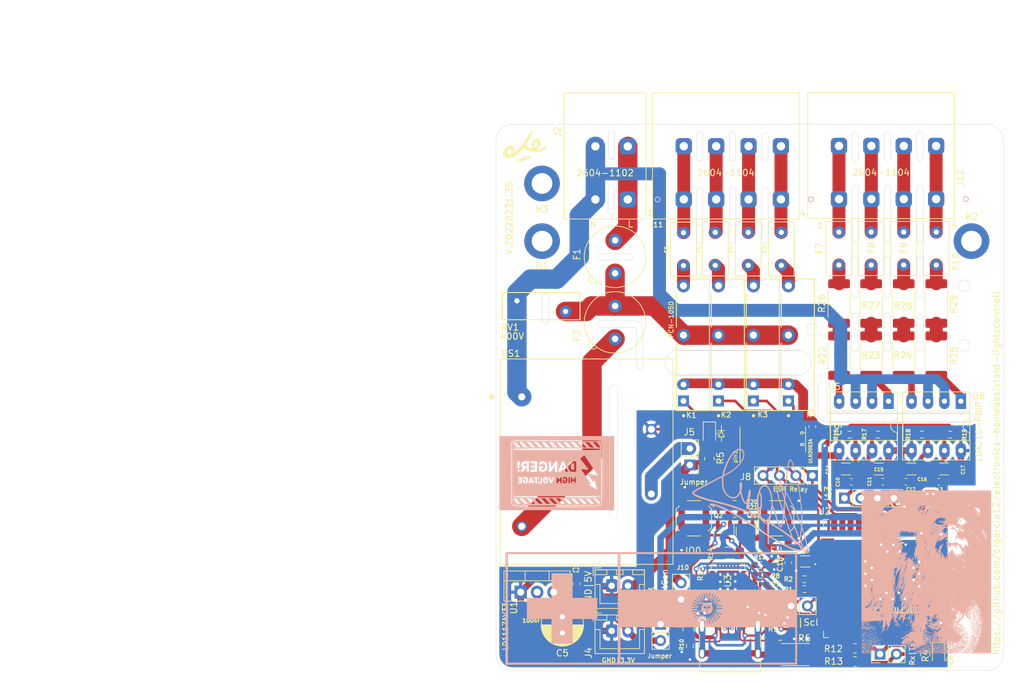
<source format=kicad_pcb>
(kicad_pcb (version 20211014) (generator pcbnew)
  (layers (0 "F.Cu" signal) (31 "B.Cu" signal) (34 "B.Paste" user) (35 "F.Paste" user) (36 "B.SilkS" user "B.Silkscreen") (37 "F.SilkS" user "F.Silkscreen") (38 "B.Mask" user) (39 "F.Mask" user) (44 "Edge.Cuts" user))
  (net 0 "")
  (net 1 "220VAC(L)")
  (net 2 "5V+")
  (net 3 "3.3V+")
  (net 4 "Sens4")
  (net 5 "Sens3")
  (net 6 "Sens2")
  (net 7 "Sens1")
  (net 8 "REO4")
  (net 9 "REO3")
  (net 10 "REO2")
  (net 11 "REO1")
  (net 12 "REI1")
  (net 13 "REI2")
  (net 14 "REI3")
  (net 15 "REI4")
  (net 16 "EspSens1")
  (net 17 "EspSens2")
  (net 18 "EspSens3")
  (net 19 "EspSens4")
  (net 20 "EspRel1")
  (net 21 "EspRel2")
  (net 22 "EspRel3")
  (net 23 "EspRel4")
  (net 24 "L_INPUT")
  (net 28 "220VAC(N)")
  (net 29 "EN")
  (net 30 "D+")
  (net 31 "D-")
  (net 32 "RTS")
  (net 33 "IO0")
  (net 34 "DTR")
  (net 35 "RXD0")
  (net 36 "TXD0")
  (net 37 "VBUS")
  (net 39 "GND")
  (net 40 "Net-(Q1-Pad1)")
  (net 41 "Net-(Q2-Pad1)")
  (net 42 "Net-(C5-Pad1)")
  (net 43 "Net-(R14-Pad2)")
  (net 44 "Net-(R15-Pad2)")
  (net 45 "Net-(R23-Pad2)")
  (net 51 "Net-(D1-Pad2)")
  (net 52 "Net-(J5-Pad2)")
  (net 53 "Net-(F3-Pad2)")
  (net 54 "Net-(F4-Pad2)")
  (net 55 "Net-(F5-Pad2)")
  (net 56 "Net-(F6-Pad2)")
  (net 57 "Net-(F7-Pad1)")
  (net 58 "Net-(R24-Pad1)")
  (net 59 "Net-(R24-Pad2)")
  (net 60 "Net-(R13-Pad2)")
  (net 77 "SDA")
  (net 78 "SCL")
  (net 95 "Net-(F8-Pad1)")
  (net 96 "Net-(F9-Pad1)")
  (net 97 "Net-(F10-Pad1)")
  (net 98 "Net-(R25-Pad1)")
  (net 99 "Net-(R25-Pad2)")
  (net 100 "Net-(D2-Pad2)")
  (net 101 "Net-(R23-Pad1)")
  (net 103 "Net-(J9-PadA5)")
  (net 104 "Net-(F2-Pad2)")
  (net 108 "Net-(D6-Pad1)")
  (net 109 "Net-(R4-Pad2)")
  (net 110 "Net-(R7-Pad2)")
  (net 112 "Net-(J9-PadB5)")
  (net 114 "Net-(J9-PadS1)")
  (net 115 "220VAC(N)-LowV")
  (net 116 "Net-(R11-Pad1)")
  (net 117 "Net-(R12-Pad2)")
  (net 118 "Net-(R22-Pad1)")
  (net 119 "Net-(R22-Pad2)")
  (footprint "Connector_PinHeader_2.54mm:PinHeader_1x02_P2.54mm_Vertical" (layer "F.Cu") (at 150.5585 144.5387)
    (fp_text reference "J7" hide)
    (fp_text value "Current Jumper" hide)
  )
  (footprint "Capacitor_SMD:C_1206_3216Metric_Pad1.33x1.80mm_HandSolder" (layer "F.Cu") (at 184.239574 120.58312)
    (property "Value" "4.7uF")
    (fp_text reference "C15")
    (fp_text value "4.7uF" hide)
  )
  (footprint "Resistor_SMD:R_2512_6332Metric_Pad1.40x3.35mm_HandSolder" (layer "F.Cu") (at 178.1175 95.0361 -90)
    (fp_text reference "R26")
    (fp_text value "150kΩ1w" hide)
  )
  (footprint "Resistor_SMD:R_2512_6332Metric_Pad1.40x3.35mm_HandSolder" (layer "F.Cu") (at 183.0705 95.0361 -90)
    (fp_text reference "R27")
    (fp_text value "150kΩ1w" hide)
  )
  (footprint "Varistor:RV_Disc_D12mm_W4.2mm_P7.5mm" (layer "F.Cu") (at 128.3865 94.6235)
    (fp_text reference "RV1" hide)
    (fp_text value "400V")
  )
  (footprint "Resistor_SMD:R_2512_6332Metric_Pad1.40x3.35mm_HandSolder" (layer "F.Cu") (at 183.0705 103.0879 -90)
    (fp_text reference "R23")
    (fp_text value "150kΩ1w" hide)
  )
  (footprint "Resistor_SMD:R_2512_6332Metric_Pad1.40x3.35mm_HandSolder" (layer "F.Cu") (at 178.1175 103.0879 -90)
    (fp_text reference "R22")
    (fp_text value "150kΩ1w" hide)
  )
  (footprint "LED_SMD:LED_0805_2012Metric_Pad1.15x1.40mm_HandSolder" (layer "F.Cu") (at 158.1 115.175 -90)
    (fp_text reference "D2" hide)
    (fp_text value "LED" hide)
  )
  (footprint "Resistor_SMD:R_0805_2012Metric_Pad1.20x1.40mm_HandSolder" (layer "F.Cu") (at 158.1 119 -90)
    (fp_text reference "R5")
    (fp_text value "100Ω" hide)
  )
  (footprint "Connector_JST:JST_XH_B2B-XH-A_1x02_P2.50mm_Vertical" (layer "F.Cu") (at 143.0093 138.6035)
    (fp_text reference "J3")
    (fp_text value "GND|5V")
  )
  (footprint "Connector_PinHeader_2.54mm:PinHeader_1x02_P2.54mm_Vertical" (layer "F.Cu") (at 155.0805 119.9655 180)
    (fp_text reference "J5")
    (fp_text value "Jumper")
  )
  (footprint "icons:che" (layer "F.Cu") (at 129.5965 70.8135)
    (fp_text reference "G1" hide)
    (fp_text value "LOGO" hide)
  )
  (footprint "icons:led_6000dpi" (layer "F.Cu") (at 159.8 115.1 90)
    (fp_text reference "G2" hide)
    (fp_text value "LOGO" hide)
  )
  (footprint "Capacitor_SMD:C_0603_1608Metric_Pad1.08x0.95mm_HandSolder" (layer "F.Cu") (at 130.6375 142 180)
    (fp_text reference "C6")
    (fp_text value "100nF")
  )
  (footprint "Capacitor_SMD:C_0603_1608Metric_Pad1.08x0.95mm_HandSolder" (layer "F.Cu") (at 137.6 138.3375 90)
    (fp_text reference "C2")
    (fp_text value "100nF" hide)
  )
  (footprint "Capacitor_SMD:C_0603_1608Metric_Pad1.08x0.95mm_HandSolder" (layer "F.Cu") (at 174 114.0375 -90)
    (fp_text reference "C9")
    (fp_text value "100nF" hide)
  )
  (footprint "rac05-05sk:277" (layer "F.Cu") (at 139.1361 119.4435)
    (fp_text reference "PS1")
    (fp_text value "RAC05-05SK/277")
  )
  (footprint "Package_TO_SOT_THT:TO-220-3_Vertical" (layer "F.Cu") (at 128.96 139.6)
    (fp_text reference "U1")
    (fp_text value "LD1117AV33_TO220" hide)
  )
  (footprint "PCN:bigpads_TE_Connectivity-PCN-124D" (layer "F.Cu") (at 155.55 101.399999 90)
    (fp_text reference "K1")
    (fp_text value "PCN-105D" hide)
  )
  (footprint "PCN:bigpads_TE_Connectivity-PCN-124D" (layer "F.Cu") (at 160.95 101.399999 90)
    (fp_text reference "K2")
    (fp_text value "PCN-105D" hide)
  )
  (footprint "PCN:bigpads_TE_Connectivity-PCN-124D" (layer "F.Cu") (at 171.75 101.399999 90)
    (fp_text reference "K4")
    (fp_text value "PCN-105D")
  )
  (footprint "wago-2604-1104:big_pads_2604-1104" (layer "F.Cu") (at 169.1465 78.9535 180)
    (fp_text reference "J11")
    (fp_text value "2604-1104")
  )
  (footprint "wago-2604-1102:big_pads_2604-1102" (layer "F.Cu") (at 145.5001 78.977099 180)
    (fp_text reference "J2")
    (fp_text value "2604-1102")
  )
  (footprint "wago-2604-1104:big_pads_2604-1104" (layer "F.Cu") (at 193.1065 78.913499 180)
    (fp_text reference "J12")
    (fp_text value "2604-1104")
  )
  (footprint "Fuse:Fuseholder_TR5_Littelfuse_No560_No460" (layer "F.Cu") (at 143.5465 85.2835 -90)
    (fp_text reference "F1")
    (fp_text value "250V500mA")
  )
  (footprint "MountingHole:MountingHole_3.2mm_M3_ISO14580_Pad" (layer "F.Cu") (at 198.5645 85.4075)
    (fp_text reference "H2")
    (fp_text value "MountingHole_Pad" hide)
  )
  (footprint "MountingHole:MountingHole_3.2mm_M3_ISO14580_Pad" (layer "F.Cu") (at 132.2705 85.4075)
    (fp_text reference "H1")
    (fp_text value "MountingHole_Pad" hide)
  )
  (footprint "PCN:bigpads_TE_Connectivity-PCN-124D" (layer "F.Cu") (at 166.35 101.399999 90)
    (fp_text reference "K3")
    (fp_text value "PCN-105D" hide)
  )
  (footprint "MountingHole:MountingHole_3.2mm_M3_ISO14580_Pad" (layer "F.Cu") (at 132.2565 76.5035)
    (fp_text reference "H3")
    (fp_text value "MountingHole_Pad" hide)
  )
  (footprint "Package_SO:SOIC-16_3.9x9.9mm_P1.27mm" (layer "F.Cu") (at 167.9 116.0375 90)
    (fp_text reference "U4" hide)
    (fp_text value "ULN2003A")
  )
  (footprint "Capacitor_SMD:C_0603_1608Metric_Pad1.08x0.95mm_HandSolder" (layer "F.Cu") (at 184.861174 122.56432)
    (fp_text reference "C11")
    (fp_text value "100nF" hide)
  )
  (footprint "Capacitor_SMD:C_0603_1608Metric_Pad1.08x0.95mm_HandSolder" (layer "F.Cu") (at 188.442574 122.56432 180)
    (fp_text reference "C12")
    (fp_text value "100nF" hide)
  )
  (footprint "Capacitor_SMD:C_1206_3216Metric_Pad1.33x1.80mm_HandSolder" (layer "F.Cu") (at 189.256474 120.58312 180)
    (fp_text reference "C16")
    (fp_text value "4.7uF" hide)
  )
  (footprint "Capacitor_SMD:C_1206_3216Metric_Pad1.33x1.80mm_HandSolder" (layer "F.Cu") (at 194.324174 120.58312)
    (fp_text reference "C17")
    (fp_text value "4.7uF" hide)
  )
  (footprint "Resistor_SMD:R_2512_6332Metric_Pad1.40x3.35mm_HandSolder" (layer "F.Cu") (at 193.1289 103.0879 -90)
    (fp_text reference "R25")
    (fp_text value "150kΩ1w" hide)
  )
  (footprint "Resistor_SMD:R_2512_6332Metric_Pad1.40x3.35mm_HandSolder" (layer "F.Cu") (at 188.0997 95.0361 -90)
    (fp_text reference "R28")
    (fp_text value "150kΩ1w" hide)
  )
  (footprint "Resistor_SMD:R_2512_6332Metric_Pad1.40x3.35mm_HandSolder" (layer "F.Cu") (at 193.1289 95.0361 -90)
    (fp_text reference "R29")
    (fp_text value "150kΩ1w" hide)
  )
  (footprint "Package_DIP:DIP-8_W7.62mm_Socket_LongPads" (layer "F.Cu") (at 185.751274 110.11832 -90)
    (fp_text reference "U5")
    (fp_text value "LDA210-PDIP")
  )
  (footprint "Package_DIP:DIP-8_W7.62mm_Socket_LongPads" (layer "F.Cu") (at 196.927274 110.11832 -90)
    (fp_text reference "U6")
    (fp_text value "LDA210-PDIP" hide)
  )
  (footprint "Resistor_SMD:R_2512_6332Metric_Pad1.40x3.35mm_HandSolder" (layer "F.Cu") (at 188.0997 103.0879 -90)
    (fp_text reference "R24")
    (fp_text value "150kΩ1w" hide)
  )
  (footprint "Capacitor_SMD:C_0603_1608Metric_Pad1.08x0.95mm_HandSolder" (layer "F.Cu") (at 180.011974 122.56432 180)
    (fp_text reference "C10")
    (fp_text value "100nF" hide)
  )
  (footprint "Capacitor_SMD:C_0603_1608Metric_Pad1.08x0.95mm_HandSolder" (layer "F.Cu") (at 193.522574 122.56432)
    (fp_text reference "C13")
    (fp_text value "100nF" hide)
  )
  (footprint "Resistor_SMD:R_0603_1608Metric_Pad0.98x0.95mm_HandSolder" (layer "F.Cu") (at 190.1685 125.4125)
    (fp_text reference "R3")
    (fp_text value "10kΩ" hide)
  )
  (footprint "Capacitor_SMD:C_0603_1608Metric_Pad1.08x0.95mm_HandSolder" (layer "F.Cu") (at 193.5215 125.4125)
    (fp_text reference "C3")
    (fp_text value "22uF" hide)
  )
  (footprint "Capacitor_SMD:C_0603_1608Metric_Pad1.08x0.95mm_HandSolder" (layer "F.Cu") (at 190.156 126.9365 180)
    (fp_text reference "C1")
    (fp_text value "100nF" hide)
  )
  (footprint "Package_TO_SOT_SMD:SOT-23" (layer "F.Cu") (at 163.7965 130.236 -90)
    (fp_text reference "Q1")
    (fp_text value "SS8050-SMD" hide)
  )
  (footprint "Resistor_SMD:R_0603_1608Metric_Pad0.98x0.95mm_HandSolder" (layer "F.Cu") (at 161.984 127.5135)
    (fp_text reference "R21")
    (fp_text value "10kΩ" hide)
  )
  (footprint "Resistor_SMD:R_0603_1608Metric_Pad0.98x0.95mm_HandSolder" (layer "F.Cu") (at 161.984 125.9835 180)
    (fp_text reference "R20")
    (fp_text value "10kΩ" hide)
  )
  (footprint "Diode_SMD:D_SOD-523" (layer "F.Cu") (at 157.283 141.9009 180)
    (fp_text reference "D3" hide)
    (fp_text value "D_TVS" hide)
  )
  (footprint "Connector_JST:JST_XH_B2B-XH-A_1x02_P2.50mm_Vertical" (layer "F.Cu") (at 143.0093 145.5801)
    (fp_text reference "J4")
    (fp_text value "GND|3.3V")
  )
  (footprint "Button_Switch_SMD:SW_SPST_SKQG_WithStem" (layer "F.Cu") (at 168.4165 128.2 90)
    (fp_text reference "SW1")
    (fp_text value "Switch" hide)
  )
  (footprint "Button_Switch_SMD:SW_SPST_SKQG_WithStem" (layer "F.Cu") (at 155.7 128.2 -90)
    (fp_text reference "SW2")
    (fp_text value "Switch" hide)
  )
  (footprint "Capacitor_SMD:C_0603_1608Metric_Pad1.08x0.95mm_HandSolder" (layer "F.Cu") (at 164.9749 140.9408 -90)
    (fp_text reference "C8" hide)
    (fp_text value "4.7uF" hide)
  )
  (footprint "Resistor_SMD:R_0603_1608Metric_Pad0.98x0.95mm_HandSolder" (layer "F.Cu") (at 165.978 135.4109)
    (fp_text reference "R11")
    (fp_text value "1kΩ")
  )
  (footprint "Resistor_SMD:R_0603_1608Metric_Pad0.98x0.95mm_HandSolder" (layer "F.Cu") (at 165.978 138.4589 180)
    (fp_text reference "R7")
    (fp_text value "22.1kΩ" hide)
  )
  (footprint "Resistor_SMD:R_0603_1608Metric_Pad0.98x0.95mm_HandSolder" (layer "F.Cu") (at 165.978 136.9349)
    (fp_text reference "R8")
    (fp_text value "47.5kΩ" hide)
  )
  (footprint "Capacitor_SMD:C_0603_1608Metric_Pad1.08x0.95mm_HandSolder" (layer "F.Cu") (at 166.5749 140.9473 -90)
    (fp_text reference "C7")
    (fp_text value "100nF")
  )
  (footprint "Resistor_SMD:R_0603_1608Metric_Pad0.98x0.95mm_HandSolder" (layer "F.Cu") (at 156.4065 139.4655 -90)
    (fp_text reference "R15")
    (fp_text value "1kΩ")
  )
  (footprint "Diode_SMD:D_SOD-323" (layer "F.Cu") (at 154.8765 144.5641 -90)
    (fp_text reference "D6")
    (fp_text value "BAT60A-7" hide)
  )
  (footprint "Diode_SMD:D_SOD-523" (layer "F.Cu") (at 159.883 141.9009 180)
    (fp_text reference "D5")
    (fp_text value "D_TVS")
  )
  (footprint "Diode_SMD:D_SOD-523" (layer "F.Cu") (at 162.593 141.9009)
    (fp_text reference "D4" hide)
    (fp_text value "D_TVS" hide)
  )
  (footprint "RF_Module:ESP32-WROOM-32" (layer "F.Cu") (at 185.6105 137.4865 -90)
    (fp_text reference "U2")
    (fp_text value "ESP32-WROOM-32E")
  )
  (footprint "Package_TO_SOT_SMD:SOT-23" (layer "F.Cu") (at 160.3365 130.246 -90)
    (fp_text reference "Q2")
    (fp_text value "SS8050" hide)
  )
  (footprint "Connector_PinSocket_2.54mm:PinSocket_1x04_P2.54mm_Vertical" (layer "F.Cu") (at 178.9557 125.0823 90)
    (fp_text reference "J13")
    (fp_text value "EspSense")
  )
  (footprint "Connector_PinHeader_2.54mm:PinHeader_1x02_P2.54mm_Vertical" (layer "F.Cu") (at 184.4421 149.1615 90)
    (fp_text reference "J6" hide)
    (fp_text value "Conn_01x02_Male" hide)
  )
  (footprint "Resistor_SMD:R_1206_3216Metric_Pad1.30x1.75mm_HandSolder" (layer "F.Cu") (at 161.229 133.5755 180)
    (fp_text reference "R14")
    (fp_text value "1kΩ")
  )
  (footprint "Resistor_SMD:R_0805_2012Metric_Pad1.20x1.40mm_HandSolder" (layer "F.Cu") (at 180.578 150.3045 180)
    (fp_text reference "R13")
    (fp_text value "0Ω" hide)
  )
  (footprint "Resistor_SMD:R_0805_2012Metric_Pad1.20x1.40mm_HandSolder" (layer "F.Cu") (at 180.578 148.2725 180)
    (fp_text reference "R12")
    (fp_text value "0Ω" hide)
  )
  (footprint "Package_DFN_QFN:QFN-28-1EP_5x5mm_P0.5mm_EP3.35x3.35mm" (layer "F.Cu") (at 160.983 137.9409 90)
    (fp_text reference "U3")
    (fp_text value "CP2102N-A01-GQFN28" hide)
  )
  (footprint "Capacitor_SMD:C_0603_1608Metric_Pad1.08x0.95mm_HandSolder" (layer "F.Cu") (at 193.511 126.9365)
    (fp_text reference "C4")
    (fp_text value "100nF" hide)
  )
  (footprint "Capacitor_SMD:C_1206_3216Metric_Pad1.33x1.80mm_HandSolder" (layer "F.Cu") (at 179.184974 120.58312 180)
    (fp_text reference "C14")
    (fp_text value "4.7uF" hide)
  )
  (footprint "Connector_PinHeader_2.54mm:PinHeader_1x02_P2.54mm_Vertical" (layer "F.Cu") (at 153.7335 140.7083 180)
    (fp_text reference "J10")
    (fp_text value "DoNotCon")
  )
  (footprint "Capacitor_SMD:C_0603_1608Metric_Pad1.08x0.95mm_HandSolder" (layer "F.Cu") (at 170.2965 135.0486 -90)
    (fp_text reference "C18")
    (fp_text value "100nF" hide)
  )
  (footprint "Resistor_SMD:R_0603_1608Metric_Pad0.98x0.95mm_HandSolder" (layer "F.Cu") (at 169.009 146.5135)
    (fp_text reference "R9")
    (fp_text value "5.1kΩ" hide)
  )
  (footprint "Resistor_SMD:R_0603_1608Metric_Pad0.98x0.95mm_HandSolder" (layer "F.Cu") (at 190.905574 115.27452)
    (fp_text reference "R18")
    (fp_text value "47.5kΩ" hide)
  )
  (footprint "RST-80-AMMO:FUSE_RST-1-BULK" (layer "F.Cu") (at 183.0705 86.5505 90)
    (fp_text reference "F8")
    (fp_text value "Fuse")
  )
  (footprint "Resistor_SMD:R_0603_1608Metric_Pad0.98x0.95mm_HandSolder" (layer "F.Cu") (at 179.733374 115.27452)
    (fp_text reference "R16")
    (fp_text value "47.5kΩ" hide)
  )
  (footprint "RST-80-AMMO:FUSE_RST-1-BULK" (layer "F.Cu") (at 193.1289 86.5505 90)
    (fp_text reference "F10")
    (fp_text value "Fuse")
  )
  (footprint "Connector_PinHeader_2.54mm:PinHeader_1x02_P2.54mm_Vertical" (layer "F.Cu") (at 170.7007 141.7193 90)
    (fp_text reference "J1" hide)
    (fp_text value "Conn_01x02_Male" hide)
  )
  (footprint "LED_SMD:LED_0805_2012Metric_Pad1.15x1.40mm_HandSolder" (layer "F.Cu") (at 193.4845 149.2425 -90)
    (fp_text reference "D1")
    (fp_text value "LED")
  )
  (footprint "RST-80-AMMO:FUSE_RST-1-BULK" (layer "F.Cu") (at 154.1 86.64 90)
    (fp_text reference "F6")
    (fp_text value "Fuse")
  )
  (footprint "Connector_USB:USB_C_Receptacle_HRO_TYPE-C-31-M-12" (layer "F.Cu") (at 161.273 148.0009)
    (fp_text reference "J9")
    (fp_text value "USB_C_Receptacle_USB2.0")
  )
  (footprint "Resistor_SMD:R_0603_1608Metric_Pad0.98x0.95mm_HandSolder" (layer "F.Cu") (at 195.274374 115.27452 180)
    (fp_text reference "R19")
    (fp_text value "47.5kΩ" hide)
  )
  (footprint "RST-80-AMMO:FUSE_RST-1-BULK" (layer "F.Cu") (at 188.0997 86.5505 90)
    (fp_text reference "F9")
    (fp_text value "Fuse")
  )
  (footprint "Fuse:Fuseholder_TR5_Littelfuse_No560_No460" (layer "F.Cu") (at 143.5465 95.4135 -90)
    (fp_text reference "F2")
    (fp_text value "250V50mA")
  )
  (footprint "icons:led_6000dpi" (layer "F.Cu") (at 195.2 150 90)
    (fp_text reference "G2" hide)
    (fp_text value "LOGO" hide)
  )
  (footprint "RST-80-AMMO:FUSE_RST-1-BULK" (layer "F.Cu") (at 164.1 86.6 90)
    (fp_text reference "F4")
    (fp_text value "Fuse")
  )
  (footprint "Resistor_SMD:R_2512_6332Metric_Pad1.40x3.35mm_HandSolder" (layer "F.Cu") (at 171.3765 149.2435)
    (fp_text reference "R6")
    (fp_text value "150kΩ1w")
  )
  (footprint "sht40:XDCR_SHT40-AD1B-R2" (layer "F.Cu") (at 172.9 134.8555 180)
    (fp_text reference "U7")
    (fp_text value "SHT4x")
  )
  (footprint "Resistor_SMD:R_0603_1608Metric_Pad0.98x0.95mm_HandSolder" (layer "F.Cu") (at 172.7816 137.6045)
    (fp_text reference "R2")
    (fp_text value "10kΩ")
  )
  (footprint "Capacitor_THT:CP_Radial_D6.3mm_P2.50mm" (layer "F.Cu") (at 135.4 143.4 -90)
    (fp_text reference "C5")
    (fp_text value "10uF" hide)
  )
  (footprint "RST-80-AMMO:FUSE_RST-1-BULK" (layer "F.Cu") (at 178.0921 86.5505 90)
    (fp_text reference "F7")
    (fp_text value "Fuse")
  )
  (footprint "Resistor_SMD:R_0603_1608Metric_Pad0.98x0.95mm_HandSolder" (layer "F.Cu") (at 184.102174 115.27452 180)
    (fp_text reference "R17")
    (fp_text value "47.5kΩ" hide)
  )
  (footprint "Resistor_SMD:R_0603_1608Metric_Pad0.98x0.95mm_HandSolder" (layer "F.Cu") (at 172.7816 139.1285)
    (fp_text reference "R1")
    (fp_text value "10kΩ")
  )
  (footprint "RST-80-AMMO:FUSE_RST-1-BULK" (layer "F.Cu") (at 169.2 86.6 90)
    (fp_text reference "F3")
    (fp_text value "Fuse")
  )
  (footprint "Resistor_SMD:R_0805_2012Metric_Pad1.20x1.40mm_HandSolder" (layer "F.Cu") (at 191.4075 149.2425 90)
    (fp_text reference "R4")
    (fp_text value "100Ω")
  )
  (footprint "Resistor_SMD:R_0603_1608Metric_Pad0.98x0.95mm_HandSolder" (layer "F.Cu") (at 155.0865 147.926 -90)
    (fp_text reference "R10")
    (fp_text value "5.1kΩ" hide)
  )
  (footprint "Connector_PinSocket_2.54mm:PinSocket_1x04_P2.54mm_Vertical" (layer "F.Cu") (at 174 121.6 -90)
    (fp_text reference "J8")
    (fp_text value "EspRelays")
  )
  (footprint "RST-80-AMMO:FUSE_RST-1-BULK" (layer "F.Cu") (at 159 86.6 90)
    (fp_text reference "F5")
    (fp_text value "Fuse")
  )
  (footprint "icons:danger1_negative" (layer "B.Cu") (at 134.5565 121.2215 180)
    (fp_text reference "G3" hide)
    (fp_text value "LOGO" hide)
  )
  (footprint "icons:flags" (layer "B.Cu") (at 149.1234 142.113 180)
    (fp_text reference "G***")
    (fp_text value "LOGO" hide)
  )
  (footprint "icons:depsi" (layer "B.Cu") (at 191.5795 136.4615 180)
    (fp_text reference "G***")
    (fp_text value "LOGO" hide)
  )
  (footprint "icons:paula" (layer "B.Cu") (at 164.167727 125.752389 180)
    (fp_text reference "G***" hide)
    (fp_text value "LOGO" hide)
  )
  (footprint "NetTie:NetTie-2_SMD_Pad2.0mm" (layer "B.Cu") (at 178.3715 104.7115 -90)
    (fp_text reference "NT1" hide)
    (fp_text value "NetTie_2")
  )
  (gr_arc (start 203.5175 149.1615) (mid 202.773551 150.957551) (end 200.9775 151.7015) (layer "Edge.Cuts") (width 0.05))
  (gr_line (start 203.5175 149.1615) (end 203.5175 69.9135) (layer "Edge.Cuts") (width 0.05))
  (gr_line (start 161.8365 151.7035) (end 127.6985 151.7035) (layer "Edge.Cuts") (width 0.05))
  (gr_circle (center 197.4215 92.2655) (end 198.3215 92.2655) (layer "Edge.Cuts") (width 0.05) (fill none))
  (gr_line (start 171.8365 106.083928) (end 153.136205 106.083928) (layer "Edge.Cuts") (width 0.1))
  (gr_line (start 200.9775 67.3735) (end 127.6985 67.3735) (layer "Edge.Cuts") (width 0.05))
  (gr_line (start 153.136205 102.2795) (end 171.8365 102.2795) (layer "Edge.Cuts") (width 0.1))
  (gr_arc (start 153.136205 106.083928) (mid 151.233973 104.181701) (end 153.136205 102.2795) (layer "Edge.Cuts") (width 0.05))
  (gr_line (start 125.1585 149.1615) (end 125.1585 69.9135) (layer "Edge.Cuts") (width 0.05))
  (gr_arc (start 171.8365 102.2795) (mid 173.738701 104.181701) (end 171.8365 106.083928) (layer "Edge.Cuts") (width 0.05))
  (gr_arc (start 127.6985 151.7035) (mid 125.90234 150.958246) (end 125.1585 149.1615) (layer "Edge.Cuts") (width 0.05))
  (gr_line (start 200.9775 151.7015) (end 161.8365 151.7035) (layer "Edge.Cuts") (width 0.05))
  (gr_arc (start 200.9775 67.3735) (mid 202.773551 68.117449) (end 203.5175 69.9135) (layer "Edge.Cuts") (width 0.05))
  (gr_arc (start 142.6665 108.2135) (mid 143.3015 107.5785) (end 143.9365 108.2135) (layer "Edge.Cuts") (width 0.05))
  (gr_arc (start 147.828875 104.654892) (mid 147.330625 105.156) (end 146.832375 104.654892) (layer "Edge.Cuts") (width 0.05))
  (gr_line (start 186.09605 93.65955) (end 186.09605 88.22985) (layer "Edge.Cuts") (width 0.05))
  (gr_line (start 190.1004 68.9991) (end 190.1004 72.5075) (layer "Edge.Cuts") (width 0.05))
  (gr_circle (center 173.9773 99.0727) (end 174.8773 99.0727) (layer "Edge.Cuts") (width 0.05) (fill none))
  (gr_line (start 161.20175 77.5743) (end 161.20175 85.30175) (layer "Edge.Cuts") (width 0.05))
  (gr_line (start 156.1152 68.9991) (end 156.1152 72.5075) (layer "Edge.Cuts") (width 0.05))
  (gr_arc (start 176.4 113.34412) (mid 175.308142 112.891858) (end 174.85588 111.8) (layer "Edge.Cuts") (width 0.05))
  (gr_arc (start 181.1147 72.6091) (mid 180.61645 73.10735) (end 180.1182 72.6091) (layer "Edge.Cuts") (width 0.05))
  (gr_line (start 180.07035 88.22985) (end 180.07035 93.65955) (layer "Edge.Cuts") (width 0.05))
  (gr_arc (start 180.1182 69.1007) (mid 180.61645 68.60245) (end 181.1147 69.1007) (layer "Edge.Cuts") (width 0.05))
  (gr_line (start 142.45 77.2541) (end 142.45 80.7625) (layer "Edge.Cuts") (width 0.05))
  (gr_line (start 181.06685 93.65955) (end 181.06685 88.22985) (layer "Edge.Cuts") (width 0.05))
  (gr_arc (start 181.06685 102) (mid 180.5686 102.49825) (end 180.07035 102) (layer "Edge.Cuts") (width 0.05))
  (gr_arc (start 162.1663 72.5075) (mid 161.66805 73.00575) (end 161.1698 72.5075) (layer "Edge.Cuts") (width 0.05))
  (gr_arc (start 191.09985 85.0099) (mid 190.6016 85.50815) (end 190.10335 85.0099) (layer "Edge.Cuts") (width 0.05))
  (gr_arc (start 161.20175 77.5743) (mid 161.7 77.07605) (end 162.19825 77.5743) (layer "Edge.Cuts") (width 0.05))
  (gr_circle (center 197.4215 101.5111) (end 198.3215 101.5111) (layer "Edge.Cuts") (width 0.05) (fill none))
  (gr_line (start 191.12525 93.65955) (end 191.12525 88.22985) (layer "Edge.Cuts") (width 0.05))
  (gr_arc (start 186.09605 93.65955) (mid 185.5978 94.1578) (end 185.09955 93.65955) (layer "Edge.Cuts") (width 0.05))
  (gr_arc (start 161.1698 68.9991) (mid 161.66805 68.50085) (end 162.1663 68.9991) (layer "Edge.Cuts") (width 0.05))
  (gr_arc (start 191.0969 72.5075) (mid 190.59865 73.00575) (end 190.1004 72.5075) (layer "Edge.Cuts") (width 0.05))
  (gr_line (start 145.712375 87.334375) (end 141.280625 87.334375) (layer "Edge.Cuts") (width 0.05))
  (gr_arc (start 180.07035 88.22985) (mid 180.5686 87.7316) (end 181.06685 88.22985) (layer "Edge.Cuts") (width 0.05))
  (gr_line (start 190.10335 77.28245) (end 190.10335 85.0099) (layer "Edge.Cuts") (width 0.05))
  (gr_line (start 191.09985 85.0099) (end 191.09985 77.28245) (layer "Edge.Cuts") (width 0.05))
  (gr_arc (start 141.280625 98.730875) (mid 140.779497 98.232625) (end 141.280625 97.734375) (layer "Edge.Cuts") (width 0.05))
  (gr_line (start 166.1736 69.1007) (end 166.1736 72.6091) (layer "Edge.Cuts") (width 0.05))
  (gr_line (start 176.4 111.997919) (end 198.298874 111.99792) (layer "Edge.Cuts") (width 0.1))
  (gr_arc (start 174.85588 107.8) (mid 175.52898 107.126924) (end 176.202081 107.8) (layer "Edge.Cuts") (width 0.05))
  (gr_line (start 185.07415 97) (end 185.07415 102) (layer "Edge.Cuts") (width 0.05))
  (gr_line (start 141.280625 98.730875) (end 146.6342 98.7298) (layer "Edge.Cuts") (width 0.05))
  (gr_arc (start 190.12875 88.22985) (mid 190.627 87.7316) (end 191.12525 88.22985) (layer "Edge.Cuts") (width 0.05))
  (gr_line (start 142.6665 108.2135) (end 142.6665 127.6191) (layer "Edge.Cuts") (width 0.05))
  (gr_arc (start 166.20175 77.6) (mid 166.7 77.10175) (end 167.19825 77.6) (layer "Edge.Cuts") (width 0.05))
  (gr_line (start 180.1065 77.2707) (end 180.1065 84.99815) (layer "Edge.Cuts") (width 0.05))
  (gr_arc (start 157.09825 85.30175) (mid 156.6 85.8) (end 156.10175 85.30175) (layer "Edge.Cuts") (width 0.05))
  (gr_line (start 166.20175 77.6) (end 166.20175 85.32745) (layer "Edge.Cuts") (width 0.05))
  (gr_arc (start 143.473 72.3519) (mid 142.97475 72.85015) (end 142.4765 72.3519) (layer "Edge.Cuts") (width 0.05))
  (gr_arc (start 157.1117 72.5075) (mid 156.61345 73.00575) (end 156.1152 72.5075) (layer "Edge.Cuts") (width 0.05))
  (gr_line (start 186.0931 72.4567) (end 186.0931 68.9483) (layer "Edge.Cuts") (width 0.05))
  (gr_line (start 191.12525 102) (end 191.12525 97) (layer "Edge.Cuts") (width 0.05))
  (gr_arc (start 146.6342 98.7298) (mid 146.777884 98.789316) (end 146.8374 98.933) (layer "Edge.Cuts") (width 0.05))
  (gr_line (start 146.8374 98.933) (end 146.832375 104.654892) (layer "Edge.Cuts") (width 0.05))
  (gr_line (start 180.07035 97) (end 180.07035 102) (layer "Edge.Cuts") (width 0.05))
  (gr_arc (start 190.10335 77.28245) (mid 190.6016 76.7842) (end 191.09985 77.28245) (layer "Edge.Cuts") (width 0.05))
  (gr_line (start 147.828875 104.654892) (end 147.828 98.933) (layer "Edge.Cuts") (width 0.05))
  (gr_line (start 180.1182 69.1007) (end 180.1182 72.6091) (layer "Edge.Cuts") (width 0.05))
  (gr_line (start 190.12875 97) (end 190.12875 102) (layer "Edge.Cuts") (width 0.05))
  (gr_arc (start 133.2865 97.60925) (mid 132.78825 98.1075) (end 132.29 97.60925) (layer "Edge.Cuts") (width 0.05))
  (gr_line (start 198.298874 113.34412) (end 176.4 113.34412) (layer "Edge.Cuts") (width 0.1))
  (gr_line (start 186.09605 84.9845) (end 186.09605 77.25705) (layer "Edge.Cuts") (width 0.05))
  (gr_arc (start 181.103 84.99815) (mid 180.60475 85.4964) (end 180.1065 84.99815) (layer "Edge.Cuts") (width 0.05))
  (gr_arc (start 142.4765 68.8435) (mid 142.97475 68.34525) (end 143.473 68.8435) (layer "Edge.Cuts") (width 0.05))
  (gr_arc (start 162.19825 85.30175) (mid 161.7 85.8) (end 161.20175 85.30175) (layer "Edge.Cuts") (width 0.05))
  (gr_line (start 143.473 72.3519) (end 143.473 68.8435) (layer "Edge.Cuts") (width 0.05))
  (gr_arc (start 145.712375 87.334375) (mid 146.210625 87.832625) (end 145.712375 88.330875) (layer "Edge.Cuts") (width 0.05))
  (gr_line (start 143.4465 80.7625) (end 143.4465 77.2541) (layer "Edge.Cuts") (width 0.05))
  (gr_line (start 181.103 84.99815) (end 181.103 77.2707) (layer "Edge.Cuts") (width 0.05))
  (gr_arc (start 142.45 77.2541) (mid 142.94825 76.75585) (end 143.4465 77.2541) (layer "Edge.Cuts") (width 0.05))
  (gr_arc (start 143.4465 80.7625) (mid 142.94825 81.26075) (end 142.45 80.7625) (layer "Edge.Cuts") (width 0.05))
  (gr_line (start 167.1701 72.6091) (end 167.1701 69.1007) (layer "Edge.Cuts") (width 0.05))
  (gr_line (start 161.1698 68.9991) (end 161.1698 72.5075) (layer "Edge.Cuts") (width 0.05))
  (gr_line (start 185.09955 88.22985) (end 185.09955 93.65955) (layer "Edge.Cuts") (width 0.05))
  (gr_arc (start 166.1736 69.1007) (mid 166.67185 68.60245) (end 167.1701 69.1007) (layer "Edge.Cuts") (width 0.05))
  (gr_arc (start 181.06685 93.65955) (mid 180.5686 94.1578) (end 180.07035 93.65955) (layer "Edge.Cuts") (width 0.05))
  (gr_arc (start 125.1585 69.9135) (mid 125.902449 68.117449) (end 127.6985 67.3735) (layer "Edge.Cuts") (width 0.05))
  (gr_arc (start 141.280625 88.330875) (mid 140.782375 87.832625) (end 141.280625 87.334375) (layer "Edge.Cuts") (width 0.05))
  (gr_line (start 132.29 93.92975) (end 132.29 97.60925) (layer "Edge.Cuts") (width 0.05))
  (gr_line (start 185.09955 77.25705) (end 185.09955 84.9845) (layer "Edge.Cuts") (width 0.05))
  (gr_line (start 162.1663 72.5075) (end 162.1663 68.9991) (layer "Edge.Cuts") (width 0.05))
  (gr_arc (start 156.10175 77.5743) (mid 156.6 77.07605) (end 157.09825 77.5743) (layer "Edge.Cuts") (width 0.05))
  (gr_arc (start 185.09955 88.22985) (mid 185.5978 87.7316) (end 186.09605 88.22985) (layer "Edge.Cuts") (width 0.05))
  (gr_arc (start 186.0931 72.4567) (mid 185.59485 72.95495) (end 185.0966 72.4567) (layer "Edge.Cuts") (width 0.05))
  (gr_arc (start 185.0966 68.9483) (mid 185.59485 68.45005) (end 186.0931 68.9483) (layer "Edge.Cuts") (width 0.05))
  (gr_arc (start 143.9365 127.6191) (mid 143.3015 128.238678) (end 142.6665 127.6191) (layer "Edge.Cuts") (width 0.05))
  (gr_arc (start 190.12875 97) (mid 190.627 96.50175) (end 191.12525 97) (layer "Edge.Cuts") (width 0.05))
  (gr_arc (start 191.12525 93.65955) (mid 190.627 94.1578) (end 190.12875 93.65955) (layer "Edge.Cuts") (width 0.05))
  (gr_arc (start 186.09605 84.9845) (mid 185.5978 85.48275) (end 185.09955 84.9845) (layer "Edge.Cuts") (width 0.05))
  (gr_arc (start 176.4 111.997919) (mid 176.26005 111.93995) (end 176.202081 111.8) (layer "Edge.Cuts") (width 0.05))
  (gr_arc (start 186.07065 102) (mid 185.5724 102.49825) (end 185.07415 102) (layer "Edge.Cuts") (width 0.05))
  (gr_line (start 191.0969 72.5075) (end 191.0969 68.9991) (layer "Edge.Cuts") (width 0.05))
  (gr_arc (start 185.09955 77.25705) (mid 185.5978 76.7588) (end 186.09605 77.25705) (layer "Edge.Cuts") (width 0.05))
  (gr_arc (start 146.6342 97.7392) (mid 147.478344 98.088856) (end 147.828 98.933) (layer "Edge.Cuts") (width 0.05))
  (gr_arc (start 156.1152 68.9991) (mid 156.61345 68.50085) (end 157.1117 68.9991) (layer "Edge.Cuts") (width 0.05))
  (gr_line (start 157.1117 72.5075) (end 157.1117 68.9991) (layer "Edge.Cuts") (width 0.05))
  (gr_line (start 142.4765 68.8435) (end 142.4765 72.3519) (layer "Edge.Cuts") (width 0.05))
  (gr_arc (start 167.19825 85.32745) (mid 166.7 85.8257) (end 166.20175 85.32745) (layer "Edge.Cuts") (width 0.05))
  (gr_line (start 190.12875 88.22985) (end 190.12875 93.65955) (layer "Edge.Cuts") (width 0.05))
  (gr_line (start 146.6342 97.7392) (end 141.280625 97.734375) (layer "Edge.Cuts") (width 0.05))
  (gr_line (start 181.06685 102) (end 181.06685 97) (layer "Edge.Cuts") (width 0.05))
  (gr_line (start 174.85588 111.8) (end 174.85588 107.8) (layer "Edge.Cuts") (width 0.05))
  (gr_arc (start 132.29 93.92975) (mid 132.78825 93.4315) (end 133.2865 93.92975) (layer "Edge.Cuts") (width 0.05))
  (gr_line (start 157.09825 85.30175) (end 157.09825 77.5743) (layer "Edge.Cuts") (width 0.05))
  (gr_arc (start 198.298874 111.99792) (mid 198.971974 112.67102) (end 198.298874 113.34412) (layer "Edge.Cuts") (width 0.05))
  (gr_line (start 176.202081 107.8) (end 176.202081 111.8) (layer "Edge.Cuts") (width 0.05))
  (gr_arc (start 180.07035 97) (mid 180.5686 96.50175) (end 181.06685 97) (layer "Edge.Cuts") (width 0.05))
  (gr_arc (start 185.07415 97) (mid 185.5724 96.50175) (end 186.07065 97) (layer "Edge.Cuts") (width 0.05))
  (gr_arc (start 190.1004 68.9991) (mid 190.59865 68.50085) (end 191.0969 68.9991) (layer "Edge.Cuts") (width 0.05))
  (gr_arc (start 167.1701 72.6091) (mid 166.67185 73.10735) (end 166.1736 72.6091) (layer "Edge.Cuts") (width 0.05))
  (gr_line (start 133.2865 97.60925) (end 133.2865 93.92975) (layer "Edge.Cuts") (width 0.05))
  (gr_line (start 185.0966 68.9483) (end 185.0966 72.4567) (layer "Edge.Cuts") (width 0.05))
  (gr_line (start 186.07065 102) (end 186.07065 97) (layer "Edge.Cuts") (width 0.05))
  (gr_line (start 181.1147 72.6091) (end 181.1147 69.1007) (layer "Edge.Cuts") (width 0.05))
  (gr_line (start 162.19825 85.30175) (end 162.19825 77.5743) (layer "Edge.Cuts") (width 0.05))
  (gr_line (start 143.9365 127.6191) (end 143.9365 108.2135) (layer "Edge.Cuts") (width 0.05))
  (gr_line (start 141.280625 88.330875) (end 145.712375 88.330875) (layer "Edge.Cuts") (width 0.05))
  (gr_line (start 156.10175 77.5743) (end 156.10175 85.30175) (layer "Edge.Cuts") (width 0.05))
  (gr_arc (start 180.1065 77.2707) (mid 180.60475 76.77245) (end 181.103 77.2707) (layer "Edge.Cuts") (width 0.05))
  (gr_line (start 167.19825 85.32745) (end 167.19825 77.6) (layer "Edge.Cuts") (width 0.05))
  (gr_arc (start 191.12525 102) (mid 190.627 102.49825) (end 190.12875 102) (layer "Edge.Cuts") (width 0.05))
  (gr_text "4" (at 195.8865 82.9435) (layer "F.SilkS") (effects (font (size 1 1))))
  (gr_text "1" (at 175.2065 82.9135) (layer "F.SilkS") (effects (font (size 1 1) (thickness 0.15) italic)))
  (gr_text "V.20220221.35" (at 127.1905 81.8515 90) (layer "F.SilkS") (effects (font (size 1 1))))
  (gr_text "LD1117AV33" (at 126.6 144.9 90) (layer "F.SilkS") (effects (font (size 0.8 0.8))))
  (gr_text "N" (at 140.8 82.9) (layer "F.SilkS") (effects (font (size 1 1)) (justify right)))
  (gr_text "L" (at 145.3965 82.7635) (layer "F.SilkS") (effects (font (size 1 1)) (justify left)))
  (gr_text "ESP Relay" (at 170.6 123.7) (layer "F.SilkS") (effects (font (size 0.7 0.7) (thickness 0.125))))
  (gr_text "4" (at 172.5 81.1) (layer "F.SilkS") (effects (font (size 1 1))))
  (gr_text "1" (at 148.9 81) (layer "F.SilkS") (effects (font (size 1 1) (thickness 0.15) italic)))
  (gr_text "JLCJLCJLCJLC" (at 186.3725 142.4305) (layer "F.SilkS") (effects (font (size 0.8 0.8) (thickness 0.2))))
  (gr_text "https://github.com/crgarcia12/electronics-homeassistant-lightscontroll" (at 202.4 121.2 90) (layer "F.SilkS") (effects (font (size 1 1))))
  (segment (start 143.5365 90.3635) (end 143.5365 95.4035) (width 3) (layer "F.Cu") (net 1))
  (segment (start 135.8865 96.25683) (end 139.07017 96.25683) (width 3) (layer "F.Cu") (net 1))
  (segment (start 143.5465 95.4135) (end 139.9135 95.4135) (width 3) (layer "F.Cu") (net 1))
  (segment (start 154.1 99.92) (end 170.3 99.92) (width 3) (layer "F.Cu") (net 1))
  (segment (start 139.07017 96.25683) (end 139.9135 95.4135) (width 3) (layer "F.Cu") (net 1))
  (segment (start 143.5365 95.4035) (end 143.5465 95.4135) (width 3) (layer "F.Cu") (net 1))
  (segment (start 143.5465 95.4135) (end 149.5935 95.4135) (width 3) (layer "F.Cu") (net 1))
  (segment (start 149.5935 95.4135) (end 154.1 99.92) (width 3) (layer "F.Cu") (net 1))
  (segment (start 172.57548 114.62452) (end 172.57548 108.756458) (width 1.5) (layer "F.Cu") (net 2))
  (segment (start 155.0345 119.9655) (end 152.1 122.9) (width 1.5) (layer "F.Cu") (net 2))
  (segment (start 158.1 120) (end 158.596377 120) (width 1.5) (layer "F.Cu") (net 2))
  (segment (start 146.5623 138.6035) (end 145.5093 138.6035) (width 1.5) (layer "F.Cu") (net 2))
  (segment (start 145.5093 138.796324) (end 145.5093 138.6035) (width 1) (layer "F.Cu") (net 2))
  (segment (start 150.3329 134.8329) (end 150.3981 134.8329) (width 1.5) (layer "F.Cu") (net 2))
  (segment (start 144.002604 140.30302) (end 145.5093 138.796324) (width 1) (layer "F.Cu") (net 2))
  (segment (start 171.359022 107.54) (end 170.3 107.54) (width 1.5) (layer "F.Cu") (net 2))
  (segment (start 173.225 113.175) (end 174 113.175) (width 1.5) (layer "F.Cu") (net 2))
  (segment (start 172.57548 114.62452) (end 172.57548 113.82452) (width 1.5) (layer "F.Cu") (net 2))
  (segment (start 172.57548 113.82452) (end 173.225 113.175) (width 1.5) (layer "F.Cu") (net 2))
  (segment (start 152.1 133.131) (end 150.3981 134.8329) (width 1.5) (layer "F.Cu") (net 2))
  (segment (start 137.6 139.2) (end 134.44 139.2) (width 1) (layer "F.Cu") (net 2))
  (segment (start 150.3329 134.8329) (end 146.5623 138.6035) (width 1.5) (layer "F.Cu") (net 2))
  (segment (start 137.6 139.2) (end 138.70302 140.30302) (width 1) (layer "F.Cu") (net 2))
  (segment (start 154.1073 107.3595) (end 170.430501 107.3595) (width 1.5) (layer "F.Cu") (net 2))
  (segment (start 150.3981 134.8329) (end 153.7335 138.1683) (width 1.5) (layer "F.Cu") (net 2))
  (segment (start 172.57548 108.756458) (end 171.359022 107.54) (width 1.5) (layer "F.Cu") (net 2))
  (segment (start 170.430501 107.3595) (end 170.45 107.340001) (width 1.5) (layer "F.Cu") (net 2))
  (segment (start 134.44 139.2) (end 134.04 139.6) (width 1) (layer "F.Cu") (net 2))
  (segment (start 170.703623 116.496377) (end 172.57548 114.62452) (width 1.5) (layer "F.Cu") (net 2))
  (segment (start 152.1 122.9) (end 152.1 133.131) (width 1.5) (layer "F.Cu") (net 2))
  (segment (start 155.0805 119.9655) (end 155.0345 119.9655) (width 1.5) (layer "F.Cu") (net 2))
  (segment (start 162.1 116.496377) (end 158.630877 119.9655) (width 1.5) (layer "F.Cu") (net 2))
  (segment (start 158.596377 120) (end 162.1 116.496377) (width 1.5) (layer "F.Cu") (net 2))
  (segment (start 162.1 116.496377) (end 170.703623 116.496377) (width 1.5) (layer "F.Cu") (net 2))
  (segment (start 138.70302 140.30302) (end 144.002604 140.30302) (width 1) (layer "F.Cu") (net 2))
  (segment (start 158.630877 119.9655) (end 155.0805 119.9655) (width 1.5) (layer "F.Cu") (net 2))
  (segment (start 166.5749 140.0848) (end 166.00348 139.51338) (width 0.25) (layer "F.Cu") (net 3))
  (segment (start 169.1 134.429) (end 168.7195 134.0485) (width 0.6) (layer "F.Cu") (net 3))
  (segment (start 185.014674 115.27452) (end 185.014674 114.17828) (width 0.6) (layer "F.Cu") (net 3))
  (segment (start 169.1 136.6) (end 169.1 134.429) (width 0.6) (layer "F.Cu") (net 3))
  (segment (start 179.995394 114.1) (end 178.820874 115.27452) (width 1) (layer "F.Cu") (net 3))
  (segment (start 196.186874 115.27452) (end 196.17452 115.27452) (width 1) (layer "F.Cu") (net 3))
  (segment (start 192.659 125.4125) (end 192.659 128.923) (width 1) (layer "F.Cu") (net 3))
  (segment (start 170.1045 137.6045) (end 169.1 136.6) (width 0.6) (layer "F.Cu") (net 3))
  (segment (start 170.5615 134.4511) (end 170.2965 134.1861) (width 0.25) (layer "F.Cu") (net 3))
  (segment (start 165.92752 136.33638) (end 166.853 135.4109) (width 0.35) (layer "F.Cu") (net 3))
  (segment (start 185.092954 114.1) (end 179.995394 114.1) (width 1) (layer "F.Cu") (net 3))
  (segment (start 166.00348 136.26042) (end 166.853 135.4109) (width 0.25) (layer "F.Cu") (net 3))
  (segment (start 166.00348 139.51338) (end 166.00348 136.26042) (width 0.25) (layer "F.Cu") (net 3))
  (segment (start 189.993074 114.16012) (end 189.932954 114.1) (width 0.6) (layer "F.Cu") (net 3))
  (segment (start 191.7319 124.7241) (end 191.0435 125.4125) (width 1) (layer "F.Cu") (net 3))
  (segment (start 165.7472 140.0848) (end 165.92752 139.90448) (width 0.35) (layer "F.Cu") (net 3))
  (segment (start 171.8365 134.4511) (end 170.5615 134.4511) (width 0.25) (layer "F.Cu") (net 3))
  (segment (start 178.820874 115.27452) (end 177.62548 115.27452) (width 1) (layer "F.Cu") (net 3))
  (segment (start 196.17452 115.27452) (end 195 114.1) (width 1) (layer "F.Cu") (net 3))
  (segment (start 192.659 125.4125) (end 192.659 124.44512) (width 1) (layer "F.Cu") (net 3))
  (segment (start 164.6623 140.3909) (end 162.30752 140.3909) (width 1) (layer "F.Cu") (net 3))
  (segment (start 185.014674 114.17828) (end 185.092954 114.1) (width 0.6) (layer "F.Cu") (net 3))
  (segment (start 171.8691 137.6045) (end 170.1045 137.6045) (width 0.6) (layer "F.Cu") (net 3))
  (segment (start 189.932954 114.1) (end 185.092954 114.1) (width 1) (layer "F.Cu") (net 3))
  (segment (start 168.2529 134.0485) (end 167.7035 134.5979) (width 0.6) (layer "F.Cu") (net 3))
  (segment (start 167.7035 134.5979) (end 166.8905 135.4109) (width 0.6) (layer "F.Cu") (net 3))
  (segment (start 166.5749 140.0848) (end 165.7472 140.0848) (width 1) (layer "F.Cu") (net 3))
  (segment (start 192.659 128.923) (end 192.5955 128.9865) (width 1) (layer "F.Cu") (net 3))
  (segment (start 165.92752 139.90448) (end 165.92752 136.33638) (width 0.35) (layer "F.Cu") (net 3))
  (segment (start 168.7195 134.0485) (end 168.2529 134.0485) (width 0.6) (layer "F.Cu") (net 3))
  (segment (start 191.7319 124.4219) (end 191.7319 124.7241) (width 1) (layer "F.Cu") (net 3))
  (segment (start 177.62548 115.27452) (end 175.9 117) (width 1) (layer "F.Cu") (net 3))
  (segment (start 189.993074 115.27452) (end 189.993074 114.16012) (width 0.6) (layer "F.Cu") (net 3))
  (segment (start 165.7472 140.0848) (end 164.9814 140.0848) (width 1) (layer "F.Cu") (net 3))
  (segment (start 167.7035 134.0485) (end 167.7035 134.5979) (width 0.6) (layer "F.Cu") (net 3))
  (segment (start 170.1589 134.0485) (end 170.2965 134.1861) (width 0.6) (layer "F.Cu") (net 3))
  (segment (start 192.659 124.44512) (end 192.6717 124.43242) (width 1) (layer "F.Cu") (net 3))
  (segment (start 171.8691 137.6045) (end 171.8691 139.1285) (width 0.6) (layer "F.Cu") (net 3))
  (segment (start 195 114.1) (end 189.932954 114.1) (width 1) (layer "F.Cu") (net 3))
  (segment (start 164.9749 140.0783) (end 164.6623 140.3909) (width 1) (layer "F.Cu") (net 3))
  (segment (start 164.9814 140.0848) (end 164.9749 140.0783) (width 1) (layer "F.Cu") (net 3))
  (segment (start 168.7195 134.0485) (end 170.1589 134.0485) (width 0.6) (layer "F.Cu") (net 3))
  (segment (start 191.0435 125.4125) (end 192.659 125.4125) (width 1) (layer "F.Cu") (net 3))
  (via (at 175.9 117) (size 0.8) (drill 0.4) (layers "F.Cu" "B.Cu") (net 3))
  (via (at 168.7195 134.0485) (size 0.8) (drill 0.4) (layers "F.Cu" "B.Cu") (net 3))
  (via (at 167.7035 134.0485) (size 0.8) (drill 0.4) (layers "F.Cu" "B.Cu") (net 3))
  (via (at 191.7319 124.4219) (size 0.8) (drill 0.4) (layers "F.Cu" "B.Cu") (net 3))
  (via (at 192.6717 124.43242) (size 0.8) (drill 0.4) (layers "F.Cu" "B.Cu") (net 3))
  (segment (start 166.2265 128.1435) (end 166.3465 128.0235) (width 1) (layer "B.Cu") (net 3))
  (segment (start 191.7319 124.4219) (end 191.7319 125.37222) (width 1) (layer "B.Cu") (net 3))
  (segment (start 175.9 117) (end 175.9 127.9) (width 1) (layer "B.Cu") (net 3))
  (segment (start 170.5965 128.0235) (end 176.0235 128.0235) (width 1) (layer "B.Cu") (net 3))
  (segment (start 189.08062 128.0235) (end 190.42356 126.68056) (width 1) (layer "B.Cu") (net 3))
  (segment (start 191.7319 125.37222) (end 190.42356 126.68056) (width 1) (layer "B.Cu") (net 3))
  (segment (start 150.5585 131.2315) (end 150.5585 144.5387) (width 1) (layer "B.Cu") (net 3))
  (segment (start 192.6717 124.43242) (end 191.74242 124.43242) (width 1) (layer "B.Cu") (net 3))
  (segment (start 167.7035 134.0485) (end 166.2265 132.5715) (width 1) (layer "B.Cu") (net 3))
  (segment (start 166.2265 131.3345) (end 166.2265 128.1435) (width 1) (layer "B.Cu") (net 3))
  (segment (start 153.7665 128.0235) (end 150.5585 131.2315) (width 1) (layer "B.Cu") (net 3))
  (segment (start 191.74242 124.43242) (end 191.7319 124.4219) (width 1) (layer "B.Cu") (net 3))
  (segment (start 170.5965 128.0235) (end 166.3465 128.0235) (width 1) (layer "B.Cu") (net 3))
  (segment (start 176.0235 128.0235) (end 189.08062 128.0235) (width 1) (layer "B.Cu") (net 3))
  (segment (start 166.2265 132.5715) (end 166.2265 131.3345) (width 1) (layer "B.Cu") (net 3))
  (segment (start 192.6717 124.43242) (end 191.7319 125.37222) (width 1) (layer "B.Cu") (net 3))
  (segment (start 167.7035 134.0485) (end 168.7195 134.0485) (width 1) (layer "B.Cu") (net 3))
  (segment (start 166.3465 128.0235) (end 153.7665 128.0235) (width 1) (layer "B.Cu") (net 3))
  (segment (start 175.9 127.9) (end 176.0235 128.0235) (width 1) (layer "B.Cu") (net 3))
  (segment (start 193.1065 78.913499) (end 193.1065 83.9881) (width 2) (layer "F.Cu") (net 4))
  (segment (start 193.1065 83.9881) (end 193.1289 84.0105) (width 2) (layer "F.Cu") (net 4))
  (segment (start 193.1065 78.913499) (end 193.1065 70.7135) (width 2) (layer "F.Cu") (net 4))
  (segment (start 188.1065 84.0037) (end 188.0997 84.0105) (width 2) (layer "F.Cu") (net 5))
  (segment (start 188.1065 70.7135) (end 188.1065 78.913499) (width 2) (layer "F.Cu") (net 5))
  (segment (start 188.1065 78.913499) (end 188.1065 84.0037) (width 2) (layer "F.Cu") (net 5))
  (segment (start 183.1065 78.913499) (end 183.1065 70.7135) (width 2) (layer "F.Cu") (net 6))
  (segment (start 183.0705 78.949499) (end 183.1065 78.913499) (width 2) (layer "F.Cu") (net 6))
  (segment (start 183.0705 84.0105) (end 183.0705 78.949499) (width 2) (layer "F.Cu") (net 6))
  (segment (start 178.1065 70.7135) (end 178.1065 78.913499) (width 2) (layer "F.Cu") (net 7))
  (segment (start 178.1065 83.9961) (end 178.0921 84.0105) (width 2) (layer "F.Cu") (net 7))
  (segment (start 178.1065 78.913499) (end 178.1065 83.9961) (width 2) (layer "F.Cu") (net 7))
  (segment (start 170.3 92.3) (end 170.3 90.24) (width 2) (layer "F.Cu") (net 8))
  (segment (start 170.3 90.24) (end 169.2 89.14) (width 2) (layer "F.Cu") (net 8))
  (segment (start 164.9 92.3) (end 164.9 89.94) (width 2) (layer "F.Cu") (net 9))
  (segment (start 164.9 89.94) (end 164.1 89.14) (width 2) (layer "F.Cu") (net 9))
  (segment (start 159.5 89.64) (end 159 89.14) (width 2) (layer "F.Cu") (net 10))
  (segment (start 159.5 92.3) (end 159.5 89.64) (width 2) (layer "F.Cu") (net 10))
  (segment (start 154.1 92.3) (end 154.1 89.18) (width 2) (layer "F.Cu") (net 11))
  (segment (start 163.140362 115) (end 166.9 115) (width 0.4) (layer "F.Cu") (net 12))
  (segment (start 167.265 114.635) (end 167.265 113.5625) (width 0.4) (layer "F.Cu") (net 12))
  (segment (start 156.20798 112.18798) (end 160.328342 112.18798) (width 0.4) (layer "F.Cu") (net 12))
  (segment (start 154.1 110.08) (end 156.20798 112.18798) (width 0.4) (layer "F.Cu") (net 12))
  (segment (start 160.328342 112.18798) (end 163.140362 115) (width 0.4) (layer "F.Cu") (net 12))
  (segment (start 166.9 115) (end 167.265 114.635) (width 0.4) (layer "F.Cu") (net 12))
  (segment (start 163.6 111.6) (end 167.5 111.6) (width 0.4) (layer "F.Cu") (net 13))
  (segment (start 168.535 112.635) (end 168.535 113.5625) (width 0.4) (layer "F.Cu") (net 13))
  (segment (start 162.08 110.08) (end 163.6 111.6) (width 0.4) (layer "F.Cu") (net 13))
  (segment (start 159.5 110.08) (end 162.08 110.08) (width 0.4) (layer "F.Cu") (net 13))
  (segment (start 167.5 111.6) (end 168.535 112.635) (width 0.4) (layer "F.Cu") (net 13))
  (segment (start 166.92785 110.08) (end 169.805 112.95715) (width 0.4) (layer "F.Cu") (net 14))
  (segment (start 164.9 110.08) (end 166.92785 110.08) (width 0.4) (layer "F.Cu") (net 14))
  (segment (start 169.805 112.95715) (end 169.805 113.5625) (width 0.4) (layer "F.Cu") (net 14))
  (segment (start 170.3 110.08) (end 171.075 110.855) (width 0.4) (layer "F.Cu") (net 15))
  (segment (start 171.075 110.855) (end 171.075 113.5625) (width 0.4) (layer "F.Cu") (net 15))
  (segment (start 180.645874 115.27452) (end 180.645874 117.71292) (width 0.6) (layer "F.Cu") (net 16))
  (segment (start 180.671274 117.73832) (end 180.671274 122.36112) (width 0.6) (layer "F.Cu") (net 16))
  (segment (start 184.9755 127.6365) (end 184.39322 127.05422) (width 0.35) (layer "F.Cu") (net 16))
  (segment (start 181.988562 126.3523) (end 180.3781 126.3523) (width 0.35) (layer "F.Cu") (net 16))
  (segment (start 184.9755 128.9865) (end 184.9755 127.6365) (width 0.35) (layer "F.Cu") (net 16))
  (segment (start 180.671274 122.36112) (end 180.874474 122.56432) (width 0.6) (layer "F.Cu") (net 16))
  (segment (start 184.39322 127.05422) (end 182.690481 127.054219) (width 0.35) (layer "F.Cu") (net 16))
  (segment (start 179.1081 125.0823) (end 178.9557 125.0823) (width 0.35) (layer "F.Cu") (net 16))
  (segment (start 180.874474 122.56432) (end 180.874474 123.163526) (width 0.6) (layer "F.Cu") (net 16))
  (segment (start 180.645874 117.71292) (end 180.671274 117.73832) (width 0.6) (layer "F.Cu") (net 16))
  (segment (start 182.690481 127.054219) (end 181.988562 126.3523) (width 0.35) (layer "F.Cu") (net 16))
  (segment (start 180.874474 123.163526) (end 178.9557 125.0823) (width 0.6) (layer "F.Cu") (net 16))
  (segment (start 180.3781 126.3523) (end 179.1081 125.0823) (width 0.35) (layer "F.Cu") (net 16))
  (segment (start 182.9181 126.5047) (end 185.1137 126.5047) (width 0.35) (layer "F.Cu") (net 17))
  (segment (start 186.2455 127.6365) (end 186.2455 128.9865) (width 0.35) (layer "F.Cu") (net 17))
  (segment (start 181.4957 125.0823) (end 182.9181 126.5047) (width 0.35) (layer "F.Cu") (net 17))
  (segment (start 182.677074 118.27252) (end 183.211274 117.73832) (width 0.6) (layer "F.Cu") (net 17))
  (segment (start 183.189674 115.27452) (end 183.189674 117.71672) (width 0.6) (layer "F.Cu") (net 17))
  (segment (start 183.998674 122.579326) (end 181.4957 125.0823) (width 0.6) (layer "F.Cu") (net 17))
  (segment (start 185.1137 126.5047) (end 186.2455 127.6365) (width 0.35) (layer "F.Cu") (net 17))
  (segment (start 183.189674 117.71672) (end 183.211274 117.73832) (width 0.6) (layer "F.Cu") (net 17))
  (segment (start 183.998674 122.56432) (end 183.998674 122.579326) (width 0.6) (layer "F.Cu") (net 17))
  (segment (start 183.998674 121.90472) (end 182.677074 120.58312) (width 0.6) (layer "F.Cu") (net 17))
  (segment (start 183.998674 122.56432) (end 183.998674 121.90472) (width 0.6) (layer "F.Cu") (net 17))
  (segment (start 182.677074 120.58312) (end 182.677074 118.27252) (width 0.6) (layer "F.Cu") (net 17))
  (segment (start 187.5155 127.7493) (end 187.510979 127.7493) (width 0.35) (layer "F.Cu") (net 18))
  (segment (start 191.818074 117.70912) (end 191.847274 117.73832) (width 0.6) (layer "F.Cu") (net 18))
  (segment (start 189.305074 122.56432) (end 189.305074 122.594926) (width 0.6) (layer "F.Cu") (net 18))
  (segment (start 190.818974 120.58312) (end 190.818974 121.852328) (width 0.6) (layer "F.Cu") (net 18))
  (segment (start 190.818974 121.852328) (end 190.106982 122.56432) (width 0.6) (layer "F.Cu") (net 18))
  (segment (start 190.106982 122.56432) (end 189.305074 122.56432) (width 0.6) (layer "F.Cu") (net 18))
  (segment (start 189.305074 122.594926) (end 188.336161 123.563839) (width 0.6) (layer "F.Cu") (net 18))
  (segment (start 188.336161 123.563839) (end 185.554161 123.563839) (width 0.6) (layer "F.Cu") (net 18))
  (segment (start 190.818974 118.76662) (end 191.847274 117.73832) (width 0.6) (layer "F.Cu") (net 18))
  (segment (start 187.5155 128.9865) (end 187.5155 127.7493) (width 0.35) (layer "F.Cu") (net 18))
  (segment (start 187.510979 127.7493) (end 184.843979 125.0823) (width 0.35) (layer "F.Cu") (net 18))
  (segment (start 190.818974 120.58312) (end 190.818974 118.76662) (width 0.6) (layer "F.Cu") (net 18))
  (segment (start 191.818074 115.27452) (end 191.818074 117.70912) (width 0.6) (layer "F.Cu") (net 18))
  (segment (start 184.843979 125.0823) (end 184.0357 125.0823) (width 0.35) (layer "F.Cu") (net 18))
  (segment (start 185.554161 123.563839) (end 184.0357 125.0823) (width 0.6) (layer "F.Cu") (net 18))
  (segment (start 189.73798 124.4) (end 188 124.4) (width 0.6) (layer "F.Cu") (net 19))
  (segment (start 194.361874 115.27452) (end 194.361874 117.71292) (width 0.6) (layer "F.Cu") (net 19))
  (segment (start 186.5757 125.0823) (end 186.5757 125.9967) (width 0.35) (layer "F.Cu") (net 19))
  (segment (start 192.660074 122.56432) (end 192.660074 120.68472) (width 0.6) (layer "F.Cu") (net 19))
  (segment (start 186.5757 125.9967) (end 188.7855 128.2065) (width 0.35) (layer "F.Cu") (net 19))
  (segment (start 187.3177 125.0823) (end 186.5757 125.0823) (width 0.6) (layer "F.Cu") (net 19))
  (segment (start 188 124.4) (end 187.3177 125.0823) (width 0.6) (layer "F.Cu") (net 19))
  (segment (start 194.387274 118.95752) (end 192.761674 120.58312) (width 0.6) (layer "F.Cu") (net 19))
  (segment (start 194.387274 117.73832) (end 194.387274 118.95752) (width 0.6) (layer "F.Cu") (net 19))
  (segment (start 192.660074 120.68472) (end 192.761674 120.58312) (width 0.6) (layer "F.Cu") (net 19))
  (segment (start 188.7855 128.2065) (end 188.7855 128.9865) (width 0.35) (layer "F.Cu") (net 19))
  (segment (start 191.57366 122.56432) (end 189.73798 124.4) (width 0.6) (layer "F.Cu") (net 19))
  (segment (start 192.660074 122.56432) (end 191.57366 122.56432) (width 0.6) (layer "F.Cu") (net 19))
  (segment (start 194.361874 117.71292) (end 194.387274 117.73832) (width 0.6) (layer "F.Cu") (net 19))
  (segment (start 171.501181 123.549031) (end 168.329031 123.549031) (width 0.4) (layer "F.Cu") (net 20))
  (segment (start 168.329031 123.549031) (end 166.38 121.6) (width 0.4) (layer "F.Cu") (net 20))
  (segment (start 175.376478 133.0415) (end 174.955989 132.621011) (width 0.4) (layer "F.Cu") (net 20))
  (segment (start 167.265 120.715) (end 166.38 121.6) (width 0.4) (layer "F.Cu") (net 20))
  (segment (start 176.3555 133.0415) (end 175.376478 133.0415) (width 0.4) (layer "F.Cu") (net 20))
  (segment (start 174.955989 132.621011) (end 174.955989 127.003839) (width 0.4) (layer "F.Cu") (net 20))
  (segment (start 167.265 118.5125) (end 167.265 120.715) (width 0.4) (layer "F.Cu") (net 20))
  (segment (start 174.955989 127.003839) (end 171.501181 123.549031) (width 0.4) (layer "F.Cu") (net 20))
  (segment (start 176.505989 130.305989) (end 176.5865 130.3865) (width 0.4) (layer "F.Cu") (net 21))
  (segment (start 168.92 121.6) (end 170.269511 122.949511) (width 0.4) (layer "F.Cu") (net 21))
  (segment (start 168.535 118.5125) (end 168.535 121.215) (width 0.4) (layer "F.Cu") (net 21))
  (segment (start 179.474522 130.3865) (end 179.8955 129.965522) (width 0.4) (layer "F.Cu") (net 21))
  (segment (start 171.749511 122.949511) (end 176.505989 127.705989) (width 0.4) (layer "F.Cu") (net 21))
  (segment (start 170.269511 122.949511) (end 171.749511 122.949511) (width 0.4) (layer "F.Cu") (net 21))
  (segment (start 176.505989 127.705989) (end 176.505989 130.305989) (width 0.4) (layer "F.Cu") (net 21))
  (segment (start 176.5865 130.3865) (end 179.474522 130.3865) (width 0.4) (layer "F.Cu") (net 21))
  (segment (start 179.8955 129.965522) (end 179.8955 128.9865) (width 0.4) (layer "F.Cu") (net 21))
  (segment (start 168.535 121.215) (end 168.92 121.6) (width 0.4) (layer "F.Cu") (net 21))
  (segment (start 177.446989 127.586989) (end 171.46 121.6) (width 0.4) (layer "F.Cu") (net 22))
  (segment (start 181.1655 128.9865) (end 181.1655 128.007478) (width 0.4) (layer "F.Cu") (net 22))
  (segment (start 181.1655 128.007478) (end 180.745011 127.586989) (width 0.4) (layer "F.Cu") (net 22))
  (segment (start 180.745011 127.586989) (end 177.446989 127.586989) (width 0.4) (layer "F.Cu") (net 22))
  (segment (start 169.805 119.945) (end 171.46 121.6) (width 0.4) (layer "F.Cu") (net 22))
  (segment (start 169.805 118.5125) (end 169.805 119.945) (width 0.4) (layer "F.Cu") (net 22))
  (segment (start 171.075 118.5125) (end 171.075 118.994638) (width 0.4) (layer "F.Cu") (net 23))
  (segment (start 171.075 118.994638) (end 173.680362 121.6) (width 0.4) (layer "F.Cu") (net 23))
  (segment (start 177.82682 126.92682) (end 174 123.1) (width 0.4) (layer "F.Cu") (net 23))
  (segment (start 181.750588 126.92682) (end 177.82682 126.92682) (width 0.4) (layer "F.Cu") (net 23))
  (segment (start 174 123.1) (end 174 121.6) (width 0.4) (layer "F.Cu") (net 23))
  (segment (start 182.4355 127.611732) (end 181.750588 126.92682) (width 0.4) (layer "F.Cu") (net 23))
  (segment (start 182.4355 128.9865) (end 182.4355 127.611732) (width 0.4) (layer "F.Cu") (net 23))
  (segment (start 173.680362 121.6) (end 174 121.6) (width 0.4) (layer "F.Cu") (net 23))
  (segment (start 145.5001 83.3299) (end 143.5465 85.2835) (width 3) (layer "F.Cu") (net 24))
  (segment (start 145.5001 78.977099) (end 145.5001 83.3299) (width 3) (layer "F.Cu") (net 24))
  (segment (start 145.5001 70.7771) (end 145.5001 78.977099) (width 3) (layer "F.Cu") (net 24))
  (segment (start 140.5001 70.7771) (end 140.5001 75.0189) (width 3) (layer "B.Cu") (net 28))
  (segment (start 128.3865 94.6235) (end 128.3865 103.3035) (width 3) (layer "B.Cu") (net 28))
  (segment (start 130.469915 91.267293) (end 128.3865 93.350708) (width 3) (layer "B.Cu") (net 28))
  (segment (start 150.39698 93.546037) (end 152.945943 96.095) (width 2) (layer "B.Cu") (net 28))
  (segment (start 178.3715 98.3615) (end 176.105 96.095) (width 2) (layer "B.Cu") (net 28))
  (segment (start 152.945943 96.095) (end 176.105 96.095) (width 2) (layer "B.Cu") (net 28))
  (segment (start 150.4189 75.0189) (end 150.39698 75.04082) (width 2) (layer "B.Cu") (net 28))
  (segment (start 138.020011 81.457188) (end 138.020011 87.789027) (width 3) (layer "B.Cu") (net 28))
  (segment (start 128.3865 93.350708) (end 128.3865 94.6235) (width 3) (layer "B.Cu") (net 28))
  (segment (start 178.3715 102.7115) (end 178.3715 98.3615) (width 2) (layer "B.Cu") (net 28))
  (segment (start 140.5001 75.0189) (end 140.5001 78.977099) (width 3) (layer "B.Cu") (net 28))
  (segment (start 128.3865 103.3035) (end 128.3865 108.6939) (width 3) (layer "B.Cu") (net 28))
  (segment (start 138.020011 87.789027) (end 134.541745 91.267293) (width 3) (layer "B.Cu") (net 28))
  (segment (start 150.39698 75.04082) (end 150.39698 93.546037) (width 2) (layer "B.Cu") (net 28))
  (segment (start 150.4189 75.0189) (end 140.5001 75.0189) (width 2) (layer "B.Cu") (net 28))
  (segment (start 134.541745 91.267293) (end 130.469915 91.267293) (width 3) (layer "B.Cu") (net 28))
  (segment (start 128.3865 108.6939) (end 129.1361 109.4435) (width 3) (layer "B.Cu") (net 28))
  (segment (start 140.5001 78.977099) (end 138.020011 81.457188) (width 3) (layer "B.Cu") (net 28))
  (segment (start 191.0185 127.328) (end 191.3255 127.635) (width 0.4) (layer "F.Cu") (net 29))
  (segment (start 191.3255 128.9865) (end 191.3255 129.9445) (width 0.6) (layer "F.Cu") (net 29))
  (segment (start 166.5665 125.1) (end 166.5665 131.3) (width 1) (layer "F.Cu") (net 29))
  (segment (start 168.7 132.7) (end 166.909364 132.7) (width 1) (layer "F.Cu") (net 29))
  (segment (start 190.8175 126.9365) (end 189.2935 125.4125) (width 0.4) (layer "F.Cu") (net 29))
  (segment (start 163.7965 131.1735) (end 166.44 131.1735) (width 1) (layer "F.Cu") (net 29))
  (segment (start 191.0185 126.9365) (end 191.0185 127.328) (width 0.4) (layer "F.Cu") (net 29))
  (segment (start 166.44 131.1735) (end 166.5665 131.3) (width 1) (layer "F.Cu") (net 29))
  (segment (start 191.3255 127.635) (end 191.3255 128.9865) (width 0.4) (layer "F.Cu") (net 29))
  (segment (start 191.3255 129.9445) (end 190.783989 130.486011) (width 0.6) (layer "F.Cu") (net 29))
  (segment (start 166.5665 132.357136) (end 166.5665 131.3) (width 1) (layer "F.Cu") (net 29))
  (segment (start 166.909364 132.7) (end 166.5665 132.357136) (width 1) (layer "F.Cu") (net 29))
  (via (at 190.8365 130.5235) (size 0.8) (drill 0.4) (layers "F.Cu" "B.Cu") (net 29))
  (via (at 168.7 132.7) (size 0.8) (drill 0.4) (layers "F.Cu" "B.Cu") (net 29))
  (segment (start 172.054944 132.7) (end 168.7 132.7) (width 1) (layer "B.Cu") (net 29))
  (segment (start 174.231444 130.5235) (end 172.054944 132.7) (width 1) (layer "B.Cu") (net 29))
  (segment (start 190.8365 130.5235) (end 174.231444 130.5235) (width 1) (layer "B.Cu") (net 29))
  (segment (start 160.583 141.8509) (end 161.013 141.4209) (width 0.2) (layer "F.Cu") (net 30))
  (segment (start 162.1409 144.9988) (end 162.023 144.8809) (width 0.2) (layer "F.Cu") (net 30))
  (segment (start 161.013 141.4209) (end 161.013 140.513392) (width 0.2) (layer "F.Cu") (net 30))
  (segment (start 162.1409 146.5591) (end 162.1409 144.9988) (width 0.2) (layer "F.Cu") (net 30))
  (segment (start 160.583 141.9009) (end 160.583 142.425901) (width 0.2) (layer "F.Cu") (net 30))
  (segment (start 161.023 143.9559) (end 161.023 146.623) (width 0.2) (layer "F.Cu") (net 30))
  (segment (start 161.023 146.623) (end 161.2 146.8) (width 0.2) (layer "F.Cu") (net 30))
  (segment (start 161.2 146.8) (end 161.9 146.8) (width 0.2) (layer "F.Cu") (net 30))
  (segment (start 161.023 143.9559) (end 161.063 143.9959) (width 0.25) (layer "F.Cu") (net 30))
  (segment (start 161.013 142.855901) (end 161.013 144.0235) (width 0.2) (layer "F.Cu") (net 30))
  (segment (start 162.023 144.8809) (end 162.023 143.9559) (width 0.2) (layer "F.Cu") (net 30))
  (segment (start 161.9 146.8) (end 162.1409 146.5591) (width 0.2) (layer "F.Cu") (net 30))
  (segment (start 160.583 141.9009) (end 160.583 141.8509) (width 0.2) (layer "F.Cu") (net 30))
  (segment (start 160.583 142.425901) (end 161.013 142.855901) (width 0.2) (layer "F.Cu") (net 30))
  (segment (start 161.893 141.8509) (end 161.463 141.4209) (width 0.2) (layer "F.Cu") (net 31))
  (segment (start 161.6075 145.2245) (end 161.523 145.14) (width 0.25) (layer "F.Cu") (net 31))
  (segment (start 161.893 141.9009) (end 161.893 141.8509) (width 0.2) (layer "F.Cu") (net 31))
  (segment (start 160.503 145.2245) (end 160.503 143.9759) (width 0.25) (layer "F.Cu") (net 31))
  (segment (start 161.893 142.425901) (end 161.463 142.855901) (width 0.2) (layer "F.Cu") (net 31))
  (segment (start 161.523 145.14) (end 161.523 143.9559) (width 0.25) (layer "F.Cu") (net 31))
  (segment (start 161.893 141.9009) (end 161.893 142.425901) (width 0.2) (layer "F.Cu") (net 31))
  (segment (start 161.463 142.855901) (end 161.463 144.0235) (width 0.2) (layer "F.Cu") (net 31))
  (segment (start 161.463 141.4209) (end 161.463 140.513392) (width 0.2) (layer "F.Cu") (net 31))
  (segment (start 160.503 143.9759) (end 160.523 143.9559) (width 0.25) (layer "F.Cu") (net 31))
  (via (at 160.503 145.2245) (size 0.5) (drill 0.3) (layers "F.Cu" "B.Cu") (net 31))
  (via (at 161.6075 145.2245) (size 0.5) (drill 0.3) (layers "F.Cu" "B.Cu") (net 31))
  (segment (start 160.503 145.2245) (end 161.6075 145.2245) (width 0.25) (layer "B.Cu") (net 31))
  (segment (start 162.8965 129.2485) (end 162.8465 129.2985) (width 0.35) (layer "F.Cu") (net 32))
  (segment (start 162.8965 127.5135) (end 162.8965 129.2485) (width 0.35) (layer "F.Cu") (net 32))
  (segment (start 162.8465 133.508) (end 162.779 133.5755) (width 0.35) (layer "F.Cu") (net 32))
  (segment (start 162.8465 129.2985) (end 162.8465 133.508) (width 0.35) (layer "F.Cu") (net 32))
  (segment (start 161.5365 131.6635) (end 161.0565 131.1835) (width 0.4) (layer "F.Cu") (net 33))
  (segment (start 159.953 130.8) (end 160.3365 131.1835) (width 0.4) (layer "F.Cu") (net 33))
  (segment (start 161.0565 131.1835) (end 160.3365 131.1835) (width 0.4) (layer "F.Cu") (net 33))
  (segment (start 157.5565 124.8335) (end 157.5565 131.0335) (width 1) (layer "F.Cu") (net 33))
  (segment (start 158 130.8) (end 159.953 130.8) (width 0.4) (layer "F.Cu") (net 33))
  (segment (start 170.2435 143.4719) (end 173.336398 143.4719) (width 0.4) (layer "F.Cu") (net 33))
  (segment (start 175.850998 145.9865) (end 177.3555 145.9865) (width 0.4) (layer "F.Cu") (net 33))
  (segment (start 173.336398 143.4719) (end 175.850998 145.9865) (width 0.4) (layer "F.Cu") (net 33))
  (segment (start 157.5 131.3) (end 158 130.8) (width 0.4) (layer "F.Cu") (net 33))
  (via (at 170.1927 143.4973) (size 0.8) (drill 0.4) (layers "F.Cu" "B.Cu") (net 33))
  (via (at 161.5365 131.6635) (size 0.8) (drill 0.4) (layers "F.Cu" "B.Cu") (net 33))
  (segment (start 161.5365 131.6635) (end 169.1259 139.2529) (width 0.4) (layer "B.Cu") (net 33))
  (segment (start 169.5831 143.4973) (end 170.1927 143.4973) (width 0.4) (layer "B.Cu") (net 33))
  (segment (start 169.1259 143.0401) (end 169.5831 143.4973) (width 0.4) (layer "B.Cu") (net 33))
  (segment (start 169.1259 139.2529) (end 169.1259 143.0401) (width 0.4) (layer "B.Cu") (net 33))
  (segment (start 159.4665 129.2285) (end 159.3865 129.3085) (width 0.4) (layer "F.Cu") (net 34))
  (segment (start 159.4665 127.3335) (end 159.4665 129.2285) (width 0.4) (layer "F.Cu") (net 34))
  (segment (start 156.4065 138.5905) (end 155.266989 137.450989) (width 0.4) (layer "F.Cu") (net 34))
  (segment (start 155.266989 137.450989) (end 155.266989 135.654011) (width 0.4) (layer "F.Cu") (net 34))
  (segment (start 159.4665 126.6835) (end 160.1665 125.9835) (width 0.4) (layer "F.Cu") (net 34))
  (segment (start 160.1665 125.9835) (end 161.0715 125.9835) (width 0.4) (layer "F.Cu") (net 34))
  (segment (start 159.3865 129.3085) (end 160.111 129.3085) (width 0.4) (layer "F.Cu") (net 34))
  (segment (start 155.266989 135.654011) (end 158.8875 132.0335) (width 0.4) (layer "F.Cu") (net 34))
  (segment (start 158.8875 132.0335) (end 158.9665 132.0335) (width 0.4) (layer "F.Cu") (net 34))
  (segment (start 160.111 129.3085) (end 160.2965 129.123) (width 0.4) (layer "F.Cu") (net 34))
  (segment (start 159.4665 127.3335) (end 159.4665 126.6835) (width 0.4) (layer "F.Cu") (net 34))
  (via (at 160.2965 129.123) (size 0.8) (drill 0.4) (layers "F.Cu" "B.Cu") (net 34))
  (via (at 158.9665 132.0335) (size 0.8) (drill 0.4) (layers "F.Cu" "B.Cu") (net 34))
  (segment (start 158.9665 130.453) (end 160.2965 129.123) (width 0.4) (layer "B.Cu") (net 34))
  (segment (start 158.9665 132.0335) (end 158.9665 130.453) (width 0.4) (layer "B.Cu") (net 34))
  (segment (start 188.7855 145.9865) (end 188.7855 147.165522) (width 0.6) (layer "F.Cu") (net 35))
  (segment (start 188.211922 147.7391) (end 185.8645 147.7391) (width 0.6) (layer "F.Cu") (net 35))
  (segment (start 185.8645 147.7391) (end 184.4421 149.1615) (width 0.6) (layer "F.Cu") (net 35))
  (segment (start 184.4421 149.1615) (end 183.5531 148.2725) (width 0.6) (layer "F.Cu") (net 35))
  (segment (start 183.5531 148.2725) (end 181.578 148.2725) (width 0.6) (layer "F.Cu") (net 35))
  (segment (start 188.7855 147.165522) (end 188.211922 147.7391) (width 0.6) (layer "F.Cu") (net 35))
  (segment (start 185.632589 150.511011) (end 186.9821 149.1615) (width 0.6) (layer "F.Cu") (net 36))
  (segment (start 186.9821 149.1615) (end 188.9125 149.1615) (width 0.6) (layer "F.Cu") (net 36))
  (segment (start 181.578 150.3045) (end 181.784511 150.511011) (width 0.6) (layer "F.Cu") (net 36))
  (segment (start 181.784511 150.511011) (end 185.632589 150.511011) (width 0.6) (layer "F.Cu") (net 36))
  (segment (start 188.9125 149.1615) (end 190.0555 148.0185) (width 0.6) (layer "F.Cu") (net 36))
  (segment (start 190.0555 148.0185) (end 190.0555 145.9865) (width 0.6) (layer "F.Cu") (net 36))
  (segment (start 167.61282 139.18122) (end 166.8905 138.4589) (width 0.35) (layer "F.Cu") (net 37))
  (segment (start 167.61282 144.637838) (end 167.61282 139.18122) (width 0.35) (layer "F.Cu") (net 37))
  (segment (start 159.157521 145.080082) (end 159.157521 146.126263) (width 0.4) (layer "F.Cu") (net 37))
  (segment (start 158.823 144.745561) (end 159.157521 145.080082) (width 0.4) (layer "F.Cu") (net 37))
  (segment (start 158.983 146.300784) (end 158.730284 146.5535) (width 0.6) (layer "F.Cu") (net 37))
  (segment (start 159.132521 146.271631) (end 159.103368 146.300784) (width 0.35) (layer "F.Cu") (net 37))
  (segment (start 163.483008 145.067321) (end 163.413479 145.13685) (width 0.35) (layer "F.Cu") (net 37))
  (segment (start 158.823 142.7409) (end 157.983 141.9009) (width 0.35) (layer "F.Cu") (net 37))
  (segment (start 163.6 146.3) (end 165.950658 146.3) (width 0.35) (layer "F.Cu") (net 37))
  (segment (start 163.6 146.3) (end 163.413479 146.113479) (width 0.35) (layer "F.Cu") (net 37))
  (segment (start 156.3561 146.5517) (end 155.4185 145.6141) (width 0.6) (layer "F.Cu") (net 37))
  (segment (start 165.950658 146.3) (end 167.61282 144.637838) (width 0.35) (layer "F.Cu") (net 37))
  (segment (start 163.723 143.9559) (end 163.723 144.780916) (width 0.35) (layer "F.Cu") (net 37))
  (segment (start 159.157521 146.126263) (end 158.983 146.300784) (width 0.4) (layer "F.Cu") (net 37))
  (segment (start 163.413479 146.113479) (end 163.413479 145.13685) (width 0.35) (layer "F.Cu") (net 37))
  (segment (start 163.723 144.780916) (end 163.483008 145.020908) (width 0.35) (layer "F.Cu") (net 37))
  (segment (start 156.3561 146.5535) (end 156.3561 146.5517) (width 0.6) (layer "F.Cu") (net 37))
  (segment (start 163.483008 145.020908) (end 163.483008 145.067321) (width 0.35) (layer "F.Cu") (net 37))
  (segment (start 155.4185 145.6141) (end 154.8765 145.6141) (width 0.6) (layer "F.Cu") (net 37))
  (segment (start 158.730284 146.5535) (end 156.3561 146.5535) (width 0.6) (layer "F.Cu") (net 37))
  (segment (start 158.823 143.9559) (end 158.823 144.745561) (width 0.4) (layer "F.Cu") (net 37))
  (segment (start 158.823 143.9559) (end 158.823 142.7409) (width 0.35) (layer "F.Cu") (net 37))
  (via (at 158.983 146.300784) (size 0.8) (drill 0.4) (layers "F.Cu" "B.Cu") (net 37))
  (via (at 163.6 146.3) (size 0.8) (drill 0.4) (layers "F.Cu" "B.Cu") (net 37))
  (segment (start 159.3 147.8) (end 163.2 147.8) (width 0.4) (layer "B.Cu") (net 37))
  (segment (start 163.2 147.8) (end 163.543 147.457) (width 0.4) (layer "B.Cu") (net 37))
  (segment (start 158.983 147.483) (end 159.3 147.8) (width 0.4) (layer "B.Cu") (net 37))
  (segment (start 163.543 147.457) (end 163.543 146.3009) (width 0.4) (layer "B.Cu") (net 37))
  (segment (start 158.983 146.300784) (end 158.983 147.483) (width 0.4) (layer "B.Cu") (net 37))
  (segment (start 171.196 146.812) (end 172.128489 146.812) (width 1) (layer "F.Cu") (net 39))
  (segment (start 182.1815 135.8265) (end 183.1467 135.8265) (width 1) (layer "F.Cu") (net 39))
  (segment (start 155.0865 148.8385) (end 155.0865 149.9835) (width 1) (layer "F.Cu") (net 39))
  (segment (start 193.8655 130.6449) (end 193.8655 131.6863) (width 1) (layer "F.Cu") (net 39))
  (segment (start 166.7383 141.9732) (end 166.5749 141.8098) (width 1) (layer "F.Cu") (net 39))
  (segment (start 188.7093 126.4031) (end 188.2013 126.4031) (width 0.6) (layer "F.Cu") (net 39))
  (segment (start 195.886674 120.58312) (end 195.886674 121.06272) (width 1) (layer "F.Cu") (net 39))
  (segment (start 170.2665 131.3) (end 171.9 131.3) (width 1) (layer "F.Cu") (net 39))
  (segment (start 178.131274 117.73832) (end 178.131274 120.07432) (width 1) (layer "F.Cu") (net 39))
  (segment (start 189.1157 126.4031) (end 188.7093 126.4031) (width 0.6) (layer "F.Cu") (net 39))
  (segment (start 196.927274 119.54252) (end 195.886674 120.58312) (width 1) (layer "F.Cu") (net 39))
  (segment (start 186.3979 140.6525) (end 186.3979 139.7381) (width 1) (layer "F.Cu") (net 39))
  (segment (start 194.385074 125.411426) (end 194.384 125.4125) (width 1) (layer "F.Cu") (net 39))
  (segment (start 185.4835 140.6525) (end 185.4835 139.7889) (width 1) (layer "F.Cu") (net 39))
  (segment (start 193.8565 136.7435) (end 193.8565 131.6953) (width 1) (layer "F.Cu") (net 39))
  (segment (start 193.8465 147.6435) (end 193.8465 147.8925) (width 1) (layer "F.Cu") (net 39))
  (segment (start 189.5983 136.7409) (end 189.5729 136.7663) (width 1) (layer "F.Cu") (net 39))
  (segment (start 153.85 125.1) (end 153.85 123.85) (width 1) (layer "F.Cu") (net 39))
  (segment (start 182.1815 134.8613) (end 182.1815 138.6205) (width 1) (layer "F.Cu") (net 39))
  (segment (start 173.228 146.812) (end 173.228 148.045) (width 1) (layer "F.Cu") (net 39))
  (segment (start 188.2775 140.6525) (end 188.2775 139.7127) (width 1) (layer "F.Cu") (net 39))
  (segment (start 193.8655 145.9865) (end 193.8655 144.3525) (width 1) (layer "F.Cu") (net 39))
  (segment (start 193.8655 144.407478) (end 193.8655 144.9705) (width 1) (layer "F.Cu") (net 39))
  (segment (start 172.345 118.5125) (end 173.3875 118.5125) (width 0.4) (layer "F.Cu") (net 39))
  (segment (start 157.612099 140.871801) (end 156.583 141.9009) (width 0.6) (layer "F.Cu") (net 39))
  (segment (start 184.2315 138.6205) (end 186.3655 136.4865) (width 1) (layer "F.Cu") (net 39))
  (segment (start 193.8565 144.3435) (end 193.8565 140.7435) (width 1) (layer "F.Cu") (net 39))
  (segment (start 160.483 139.5474) (end 160.9265 139.1039) (width 0.25) (layer "F.Cu") (net 39))
  (segment (start 189.5729 137.7315) (end 187.6105 137.7315) (width 1) (layer "F.Cu") (net 39))
  (segment (start 157.612099 140.708899) (end 158.440021 140.708899) (width 0.6) (layer "F.Cu") (net 39))
  (segment (start 185.751274 117.73832) (end 185.751274 122.43732) (width 1) (layer "F.Cu") (net 39))
  (segment (start 187.3631 132.2705) (end 187.3631 133.1849) (width 1) (layer "F.Cu") (net 39))
  (segment (start 187.3377 137.4587) (end 186.3655 136.4865) (width 1) (layer "F.Cu") (net 39))
  (segment (start 166.8905 136.9349) (end 167.2651 136.9349) (width 0.4) (layer "F.Cu") (net 39))
  (segment (start 190.5 134.9) (end 190.5 134.9265) (width 1) (layer "F.Cu") (net 39))
  (segment (start 190.5 138.7) (end 188.579 138.7) (width 1) (layer "F.Cu") (net 39))
  (segment (start 129.775 142.175) (end 133.5 145.9) (width 1) (layer "F.Cu") (net 39))
  (segment (start 164.9814 141.8098) (end 164.9749 141.8033) (width 1) (layer "F.Cu") (net 39))
  (segment (start 187.580074 120.69702) (end 187.693974 120.58312) (width 1) (layer "F.Cu") (net 39))
  (segment (start 135.7199 145.5801) (end 135.4 145.9) (width 1) (layer "F.Cu") (net 39))
  (segment (start 167.2651 136.9349) (end 168.1 136.1) (width 0.4) (layer "F.Cu") (net 39))
  (segment (start 187.749674 117.73832) (end 189.307274 117.73832) (width 1) (layer "F.Cu") (net 39))
  (segment (start 185.4835 132.2705) (end 185.4835 133.2357) (width 1) (layer "F.Cu") (net 39))
  (segment (start 183.1721 137.7315) (end 185.1205 137.7315) (width 1) (layer "F.Cu") (net 39))
  (segment (start 159.183 141.451878) (end 159.183 141.9009) (width 0.6) (layer "F.Cu") (net 39))
  (segment (start 187.6105 137.7315) (end 186.3655 136.4865) (width 1) (layer "F.Cu") (net 39))
  (segment (start 164.0211 141.9009) (end 164.8773 141.9009) (width 1) (layer "F.Cu") (net 39))
  (segment (start 184.5183 138.3337) (end 186.3655 136.4865) (width 1) (layer "F.Cu") (net 39))
  (segment (start 160.483 140.879389) (end 159.461489 141.9009) (width 0.25) (layer "F.Cu") (net 39))
  (segment (start 190.5635 136.7409) (end 193.8539 136.7409) (width 1) (layer "F.Cu") (net 39))
  (segment (start 187.580074 122.56432) (end 187.580074 120.69702) (width 1) (layer "F.Cu") (net 39))
  (segment (start 188.4 132.2705) (end 188.4 132.402) (width 1) (layer "F.Cu") (net 39))
  (segment (start 166.7383 143.1163) (end 166.7383 141.9732) (width 1) (layer "F.Cu") (net 39))
  (segment (start 171.1111 135.9111) (end 171.5 136.3) (width 0.4) (layer "F.Cu") (net 39))
  (segment (start 189.2935 126.5809) (end 189.1157 126.4031) (width 0.6) (layer "F.Cu") (net 39))
  (segment (start 187.693974 117.79402) (end 187.749674 117.73832) (width 1) (layer "F.Cu") (net 39))
  (segment (start 189.6 135.8265) (end 189.6 137.7) (width 1) (layer "F.Cu") (net 39))
  (segment (start 188.4 132.402) (end 187.4901 133.3119) (width 1) (layer "F.Cu") (net 39))
  (segment (start 170.2965 135.9111) (end 170.9457 135.2619) (width 0.25) (layer "F.Cu") (net 39))
  (segment (start 155.0865 148.8385) (end 153.8315 148.8385) (width 1) (layer "F.Cu") (net 39))
  (segment (start 129.775 142) (end 129.775 142.175) (width 1) (layer "F.Cu") (net 39))
  (segment (start 185.4835 133.2357) (end 185.5597 133.3119) (width 1) (layer "F.Cu") (net 39))
  (segment (start 137.6 137.475) (end 131.085 137.475) (width 1) (layer "F.Cu") (net 39))
  (segment (start 178.131274 117.73832) (end 177.357094 118.5125) (width 1) (layer "F.Cu") (net 39))
  (segment (start 163.293 141.9009) (end 164.0211 141.9009) (width 1) (layer "F.Cu") (net 39))
  (segment (start 183.1467 136.7409) (end 183.1721 136.7663) (width 1) (layer "F.Cu") (net 39))
  (segment (start 184.6 132.2705) (end 184.6 134.721) (width 1) (layer "F.Cu") (net 39))
  (segment (start 193.8655 145.9865) (end 193.8655 147.6245) (width 1) (layer "F.Cu") (net 39))
  (segment (start 170.653868 125.487368) (end 170.2665 125.1) (width 1) (layer "F.Cu") (net 39))
  (segment (start 158.023 143.9559) (end 158.023 143.51) (width 0.6) (layer "F.Cu") (net 39))
  (segment (start 170.2965 135.9111) (end 171.1111 135.9111) (width 0.4) (layer "F.Cu") (net 39))
  (segment (start 170.2665 125.1) (end 170.2665 131.3) (width 1) (layer "F.Cu") (net 39))
  (segment (start 183.1721 134.8867) (end 184.7657 134.8867) (width 1) (layer "F.Cu") (net 39))
  (segment (start 159.461489 141.9009) (end 159.183 141.9009) (width 0.25) (layer "F.Cu") (net 39))
  (segment (start 183.1467 134.8613) (end 183.1721 134.8867) (width 1) (layer "F.Cu") (net 39))
  (segment (start 156.3243 142.8623) (end 156.583 142.6036) (width 0.6) (layer "F.Cu") (net 39))
  (segment (start 186.3979 139.7381) (end 186.3725 139.7127) (width 1) (layer "F.Cu") (net 39))
  (segment (start 171.196 146.812) (end 170.22 146.812) (width 1) (layer "F.Cu") (net 39))
  (segment (start 182.1815 138.6205) (end 184.2315 138.6205) (width 1) (layer "F.Cu") (net 39))
  (segment (start 193.8655 128.9865) (end 193.8655 130.6449) (width 1) (layer "F.Cu") (net 39))
  (segment (start 186.3725 139.7127) (end 186.3725 136.4935) (width 1) (layer "F.Cu") (net 39))
  (segment (start 176.3555 131.7715) (end 179.0917 131.7715) (width 0.4) (layer "F.Cu") (net 39))
  (segment (start 178.131274 120.07432) (end 177.622474 120.58312) (width 1) (layer "F.Cu") (net 39))
  (segment (start 182.1815 137.7061) (end 183.1467 137.7061) (width 1) (layer "F.Cu") (net 39))
  (segment (start 177.622474 120.58312) (end 177.622474 121.03732) (width 1) (layer "F.Cu") (net 39))
  (segment (start 171.912632 125.487368) (end 170.653868 125.487368) (width 1) (layer "F.Cu") (net 39))
  (segment (start 157.3565 142.8435) (end 156.3431 142.8435) (width 0.6) (layer "F.Cu") (net 39))
  (segment (start 190.5635 136.7409) (end 189.5983 136.7409) (width 1) (layer "F.Cu") (net 39))
  (segment (start 182.1815 134.8613) (end 183.1467 134.8613) (width 1) (layer "F.Cu") (net 39))
  (segment (start 193.8655 144.3525) (end 193.8565 144.3435) (width 1) (layer "F.Cu") (net 39))
  (segment (start 187.749674 117.73832) (end 185.751274 117.73832) (width 1) (layer "F.Cu") (net 39))
  (segment (start 128.96 141.185) (end 129.775 142) (width 1) (layer "F.Cu") (net 39))
  (segment (start 170.22 146.812) (end 169.9215 146.5135) (width 1) (layer "F.Cu") (net 39))
  (segment (start 158.1 114.15) (end 157.8065 114.4435) (width 0.4) (layer "F.Cu") (net 39))
  (segment (start 185.7309 135.8519) (end 186.3655 136.4865) (width 1) (layer "F.Cu") (net 39))
  (segment (start 184.5183 140.6525) (end 188.2775 140.6525) (width 1) (layer "F.Cu") (net 39))
  (segment (start 153.8 125.1) (end 153.8 131.3) (width 1) (layer "F.Cu") (net 39))
  (segment (start 188.579 138.7) (end 186.3655 136.4865) (width 1) (layer "F.Cu") (net 39))
  (segment (start 183.1467 135.8265) (end 183.1721 135.8519) (width 1) (layer "F.Cu") (net 39))
  (segment (start 164.523 142.4028) (end 164.523 143.9559) (width 0.6) (layer "F.Cu") (net 39))
  (segment (start 193.8655 127.4445) (end 194.3735 126.9365) (width 1) (layer "F.Cu") (net 39))
  (segment (start 184.6 134.721) (end 186.3655 136.4865) (width 1) (layer "F.Cu") (net 39))
  (segment (start 155.0865 149.9835) (end 155.1065 150.0035) (width 1) (layer "F.Cu") (net 39))
  (segment (start 153.8315 148.8385) (end 153.8265 148.8335) (width 1) (layer "F.Cu") (net 39))
  (segment (start 193.8465 147.8925) (end 193.4845 148.2545) (width 1) (layer "F.Cu") (net 39))
  (segment (start 179.0917 131.7715) (end 182.1815 134.8613) (width 0.4) (layer "F.Cu") (net 39))
  (segment (start 187.3377 139.7127) (end 187.3377 137.4587) (width 1) (layer "F.Cu") (net 39))
  (segment (start 183.1467 137.7061) (end 183.1721 137.7315) (width 1) (layer "F.Cu") (net 39))
  (segment (start 189.5729 136.7663) (end 186.6453 136.7663) (width 1) (layer "F.Cu") (net 39))
  (segment (start 185.5597 135.6807) (end 186.3655 136.4865) (width 1) (layer "F.Cu") (net 39))
  (segment (start 184.6 132.2705) (end 188.4 132.2705) (width 1) (layer "F.Cu") (net 39))
  (segment (start 196.927274 117.73832) (end 196.927274 119.54252) (width 1) (layer "F.Cu") (net 39))
  (segment (start 187.3631 139.7381) (end 187.3377 139.7127) (width 1) (layer "F.Cu") (net 39))
  (segment (start 186.3979 132.2705) (end 186.3979 133.1849) (width 1) (layer "F.Cu") (net 39))
  (segment (start 157.612099 140.708899) (end 157.612099 140.871801) (width 0.6) (layer "F.Cu") (net 39))
  (segment (start 153.85 123.85) (end 154.3 123.4) (width 1) (layer "F.Cu") (net 39))
  (segment (start 186.3725 136.4935) (end 186.3655 136.4865) (width 1) (layer "F.Cu") (net 39))
  (segment (start 195.886674 121.06272) (end 194.385074 122.56432) (width 1) (layer "F.Cu") (net 39))
  (segment (start 164.8773 141.9009) (end 164.9749 141.8033) (width 1) (layer "F.Cu") (net 39))
  (segment (start 187.4901 133.3119) (end 187.4901 135.3619) (width 1) (layer "F.Cu") (net 39))
  (segment (start 186.6453 136.7663) (end 186.3655 136.4865) (width 1) (layer "F.Cu") (net 39))
  (segment (start 143.0093 145.5801) (end 135.7199 145.5801) (width 1) (layer "F.Cu") (net 39))
  (segment (start 193.8565 140.7435) (end 193.8565 136.7435) (width 1) (layer "F.Cu") (net 39))
  (segment (start 160.483 140.3909) (end 160.483 140.879389) (width 0.25) (layer "F.Cu") (net 39))
  (segment (start 189.6 137.7) (end 189.6 137.8) (width 1) (layer "F.Cu") (net 39))
  (segment (start 187.0255 135.8265) (end 186.3655 136.4865) (width 1) (layer "F.Cu") (net 39))
  (segment (start 189.6 137.8) (end 190.5 138.7) (width 1) (layer "F.Cu") (net 39))
  (segment (start 187.952 134.9) (end 186.3655 136.4865) (width 1) (layer "F.Cu") (net 39))
  (segment (start 128.96 139.6) (end 128.96 141.185) (width 1) (layer "F.Cu") (net 39))
  (segment (start 194.384 125.4125) (end 194.384 126.926) (width 1) (layer "F.Cu") (net 39))
  (segment (start 185.723674 122.56432) (end 187.580074 122.56432) (width 1) (layer "F.Cu") (net 39))
  (segment (start 185.1205 137.7315) (end 186.3655 136.4865) (width 1) (layer "F.Cu") (net 39))
  (segment (start 194.384 126.926) (end 194.3735 126.9365) (width 1) (layer "F.Cu") (net 39))
  (segment (start 193.8565 131.6953) (end 193.8655 131.6863) (width 1) (layer "F.Cu") (net 39))
  (segment (start 185.4073 139.7127) (end 185.4073 137.4447) (width 1) (layer "F.Cu") (net 39))
  (segment (start 156.583 141.9009) (end 156.583 142.07) (width 0.6) (layer "F.Cu") (net 39))
  (segment (start 182.1815 136.7409) (end 183.1467 136.7409) (width 1) (layer "F.Cu") (net 39))
  (segment (start 186.3979 133.1849) (end 186.5249 133.3119) (width 1) (layer "F.Cu") (net 39))
  (segment (start 139 138.7) (end 142.9128 138.7) (width 1) (layer "F.Cu") (net 39))
  (segment (start 186.5249 133.3119) (end 186.5249 136.3271) (width 1) (layer "F.Cu") (net 39))
  (segment (start 190.5 134.9) (end 190.5 138.7) (width 1) (layer "F.Cu") (net 39))
  (segment (start 194.385074 122.56432) (end 194.385074 125.411426) (width 1) (layer "F.Cu") (net 39))
  (segment (start 165.7731 141.8717) (end 165.7112 141.8098) (width 1) (layer "F.Cu") (net 39))
  (segment (start 177.357094 118.5125) (end 172.345 118.5125) (width 1) (layer "F.Cu") (net 39))
  (segment (start 173.3875 118.5125) (end 174 117.9) (width 0.4) (layer "F.Cu") (net 39))
  (segment (start 188.4 134.452) (end 186.3655 136.4865) (width 1) (layer "F.Cu") (net 39))
  (segment (start 185.802074 120.58312) (end 187.693974 120.58312) (width 1) (layer "F.Cu") (net 39))
  (segment (start 153.8 131.3) (end 153.8 133.1) (width 1) (layer "F.Cu") (net 39))
  (segment (start 193.8655 147.6245) (end 193.8465 147.6435) (width 1) (layer "F.Cu") (net 39))
  (segment (start 184.7657 134.8867) (end 186.3655 136.4865) (width 1) (layer "F.Cu") (net 39))
  (segment (start 186.5249 136.3271) (end 186.3655 136.4865) (width 1) (layer "F.Cu") (net 39))
  (segment (start 185.4073 137.4447) (end 186.3655 136.4865) (width 1) (layer "F.Cu") (net 39))
  (segment (start 190.5 134.9265) (end 189.6 135.8265) (width 1) (layer "F.Cu") (net 39))
  (segment (start 187.693974 120.58312) (end 187.693974 117.79402) (width 1) (layer "F.Cu") (net 39))
  (segment (start 158.440021 140.708899) (end 159.183 141.451878) (width 0.6) (layer "F.Cu") (net 39))
  (segment (start 187.3631 133.1849) (end 187.4901 133.3119) (width 1) (layer "F.Cu") (net 39))
  (segment (start 158.023 143.51) (end 157.3565 142.8435) (width 0.6) (layer "F.Cu") (net 39))
  (segment (start 189.5983 137.7061) (end 189.5729 137.7315) (width 1) (layer "F.Cu") (net 39))
  (segment (start 170.9457 135.2619) (end 171.8365 135.2619) (width 0.25) (layer "F.Cu") (net 39))
  (segment (start 186.0857 136.7663) (end 186.3655 136.4865) (width 1) (layer "F.Cu") (net 39))
  (segment (start 165.7112 141.8098) (end 164.9814 141.8098) (width 1) (layer "F.Cu") (net 39))
  (segment (start 166.5749 141.8098) (end 165.7112 141.8098) (width 1) (layer "F.Cu") (net 39))
  (segment (start 185.4835 139.7889) (end 185.4073 139.7127) (width 1) (layer "F.Cu") (net 39))
  (segment (start 177.622474 121.03732) (end 179.149474 122.56432) (width 1) (layer "F.Cu") (net 39))
  (segment (start 189.2935 126.9365) (end 189.2935 126.5809) (width 0.6) (layer "F.Cu") (net 39))
  (segment (start 184.5183 140.6525) (end 184.5183 138.3337) (width 1) (layer "F.Cu") (net 39))
  (segment (start 137.775 137.475) (end 139 138.7) (width 1) (layer "F.Cu") (net 39))
  (segment (start 188.2775 138.3985) (end 186.3655 136.4865) (width 1) (layer "F.Cu") (net 39))
  (segment (start 173.228 148.045) (end 174.4265 149.2435) (width 1) (layer "F.Cu") (net 39))
  (segment (start 185.5597 133.3119) (end 185.5597 135.6807) (width 1) (layer "F.Cu") (net 39))
  (segment (start 157.8065 114.4435) (end 149.1361 114.4435) (width 0.4) (layer "F.Cu") (net 39))
  (segment (start 187.3631 140.6525) (end 187.3631 139.7381) (width 1) (layer "F.Cu") (net 39))
  (segment (start 193.8539 136.7409) (end 193.8565 136.7435) (width 1) (layer "F.Cu") (net 39))
  (segment (start 188.4 132.2705) (end 188.4 134.452) (width 1) (layer "F.Cu") (net 39))
  (segment (start 189.6 135.8265) (end 187.0255 135.8265) (width 1) (layer "F.Cu") (net 39))
  (segment (start 188.2775 139.7127) (end 188.2775 138.3985) (width 1) (layer "F.Cu") (net 39))
  (segment (start 164.0211 141.9009) (end 164.523 142.4028) (width 0.6) (layer "F.Cu") (net 39))
  (segment (start 156.583 142.6036) (end 156.583 142.07) (width 0.6) (layer "F.Cu") (net 39))
  (segment (start 160.483 140.3909) (end 160.483 139.5474) (width 0.25) (layer "F.Cu") (net 39))
  (segment (start 183.1721 136.7663) (end 186.0857 136.7663) (width 1) (layer "F.Cu") (net 39))
  (segment (start 187.4901 135.3619) (end 186.3655 136.4865) (width 1) (layer "F.Cu") (net 39))
  (segment (start 137.6 137.475) (end 137.775 137.475) (width 1) (layer "F.Cu") (net 39))
  (segment (start 156.3431 142.8435) (end 156.3243 142.8623) (width 0.6) (layer "F.Cu") (net 39))
  (segment (start 183.1721 135.8519) (end 185.7309 135.8519) (width 1) (layer "F.Cu") (net 39))
  (segment (start 193.8655 128.9865) (end 193.8655 127.4445) (width 1) (layer "F.Cu") (net 39))
  (segment (start 142.9128 138.7) (end 143.0093 138.6035) (width 1) (layer "F.Cu") (net 39))
  (segment (start 172.212 146.812) (end 173.228 146.812) (width 1) (layer "F.Cu") (net 39))
  (segment (start 190.5 134.9) (end 187.952 134.9) (width 1) (layer "F.Cu") (net 39))
  (segment (start 174 117.9) (end 174 114.9) (width 0.4) (layer "F.Cu") (net 39))
  (segment (start 133.5 145.9) (end 135.4 145.9) (width 1) (layer "F.Cu") (net 39))
  (segment (start 131.085 137.475) (end 128.96 139.6) (width 1) (layer "F.Cu") (net 39))
  (segment (start 165.7731 142.8115) (end 165.7731 141.8717) (width 1) (layer "F.Cu") (net 39))
  (segment (start 156.583 142.07) (end 157.3565 142.8435) (width 0.6) (layer "F.Cu") (net 39))
  (via (at 183.1721 135.8519) (size 0.8) (drill 0.4) (layers "F.Cu" "B.Cu") (net 39))
  (via (at 185.4073 139.7127) (size 0.8) (drill 0.4) (layers "F.Cu" "B.Cu") (net 39))
  (via (at 187.3377 139.7127) (size 0.8) (drill 0.4) (layers "F.Cu" "B.Cu") (net 39))
  (via (at 185.5597 133.3119) (size 0.8) (drill 0.4) (layers "F.Cu" "B.Cu") (net 39))
  (via (at 190.5 136.7663) (size 0.8) (drill 0.4) (layers "F.Cu" "B.Cu") (net 39))
  (via (at 162.1163 136.8565) (size 0.8) (drill 0.4) (layers "F.Cu" "B.Cu") (net 39))
  (via (at 160.9265 139.1039) (size 0.8) (drill 0.4) (layers "F.Cu" "B.Cu") (net 39))
  (via (at 188.4 132.2705) (size 0.8) (drill 0.4) (layers "F.Cu" "B.Cu") (net 39))
  (via (at 157.3565 142.8435) (size 0.8) (drill 0.4) (layers "F.Cu" "B.Cu") (net 39))
  (via (at 186.5 132.2705) (size 0.8) (drill 0.4) (layers "F.Cu" "B.Cu") (net 39))
  (via (at 153.8 133.1) (size 0.8) (drill 0.4) (layers "F.Cu" "B.Cu") (net 39))
  (via (at 182.1815 136.7409) (size 0.8) (drill 0.4) (layers "F.Cu" "B.Cu") (net 39))
  (via (at 159.7865 139.1039) (size 0.8) (drill 0.4) (layers "F.Cu" "B.Cu") (net 39))
  (via (at 188.2013 126.4031) (size 0.8) (drill 0.4) (layers "F.Cu" "B.Cu") (net 39))
  (via (at 155.1065 150.0035) (size 0.8) (drill 0.4) (layers "F.Cu" "B.Cu") (net 39))
  (via (at 162.1065 139.1739) (size 0.8) (drill 0.4) (layers "F.Cu" "B.Cu") (net 39))
  (via (at 193.8565 144.3435) (size 0.8) (drill 0.4) (layers "F.Cu" "B.Cu") (net 39))
  (via (at 171.912632 125.487368) (size 0.8) (drill 0.4) (layers "F.Cu" "B.Cu") (net 39))
  (via (at 184.5183 140.6525) (size 0.8) (drill 0.4) (layers "F.Cu" "B.Cu") (net 39))
  (via (at 171.5 136.3) (size 0.8) (drill 0.4) (layers "F.Cu" "B.Cu") (net 39))
  (via (at 172.212 146.812) (size 0.8) (drill 0.4) (layers "F.Cu" "B.Cu") (net 39))
  (via (at 193.8655 130.6449) (size 0.8) (drill 0.4) (layers "F.Cu" "B.Cu") (net 39))
  (via (at 166.7383 143.1163) (size 0.8) (drill 0.4) (layers "F.Cu" "B.Cu") (net 39))
  (via (at 171.9 131.3) (size 0.8) (drill 0.4) (layers "F.Cu" "B.Cu") (net 39))
  (via (at 159.7965 137.9995) (size 0.8) (drill 0.4) (layers "F.Cu" "B.Cu") (net 39))
  (via (at 154.3 123.4) (size 0.8) (drill 0.4) (layers "F.Cu" "B.Cu") (net 39))
  (via (at 160.9225 137.9741) (size 0.8) (drill 0.4) (layers "F.Cu" "B.Cu") (net 39))
  (via (at 160.9225 136.8565) (size 0.8) (drill 0.4) (layers "F.Cu" "B.Cu") (net 39))
  (via (at 173.228 146.812) (size 0.8) (drill 0.4) (layers "F.Cu" "B.Cu") (net 39))
  (via (at 189.6 135.8265) (size 0.8) (drill 0.4) (layers "F.Cu" "B.Cu") (net 39))
  (via (at 189.6 137.7) (size 0.8) (drill 0.4) (layers "F.Cu" "B.Cu") (net 39))
  (via (at 187.4901 133.3119) (size 0.8) (drill 0.4) (layers "F.Cu" "B.Cu") (net 39))
  (via (at 188.2775 140.6525) (size 0.8) (drill 0.4) (layers "F.Cu" "B.Cu") (net 39))
  (via (at 157.612099 140.708899) (size 0.8) (drill 0.4) (layers "F.Cu" "B.Cu") (net 39))
  (via (at 171.196 146.812) (size 0.8) (drill 0.4) (layers "F.Cu" "B.Cu") (net 39))
  (via (at 184.6 132.2705) (size 0.8) (drill 0.4) (layers "F.Cu" "B.Cu") (net 39))
  (via (at 168.1 136.1) (size 0.8) (drill 0.4) (layers "F.Cu" "B.Cu") (net 39))
  (via (at 156.3243 142.8623) (size 0.8) (drill 0.4) (layers "F.Cu" "B.Cu") (net 39))
  (via (at 182.1815 138.6205) (size 0.8) (drill 0.4) (layers "F.Cu" "B.Cu") (net 39))
  (via (at 153.8265 148.8335) (size 0.8) (drill 0.4) (layers "F.Cu" "B.Cu") (net 39))
  (via (at 159.8049 136.8819) (size 0.8) (drill 0.4) (layers "F.Cu" "B.Cu") (net 39))
  (via (at 182.1815 134.8613) (size 0.8) (drill 0.4) (layers "F.Cu" "B.Cu") (net 39))
  (via (at 165.7731 142.8115) (size 0.8) (drill 0.4) (layers "F.Cu" "B.Cu") (net 39))
  (via (at 164.0211 141.9009) (size 0.8) (drill 0.4) (layers "F.Cu" "B.Cu") (net 39))
  (via (at 183.1721 137.7315) (size 0.8) (drill 0.4) (layers "F.Cu" "B.Cu") (net 39))
  (via (at 190.5 134.9) (size 0.8) (drill 0.4) (layers "F.Cu" "B.Cu") (net 39))
  (via (at 190.5 138.7) (size 0.8) (drill 0.4) (layers "F.Cu" "B.Cu") (net 39))
  (via (at 186.3979 140.6525) (size 0.8) (drill 0.4) (layers "F.Cu" "B.Cu") (net 39))
  (via (at 162.0909 137.9487) (size 0.8) (drill 0.4) (layers "F.Cu" "B.Cu") (net 39))
  (segment (start 164.7465 127.8335) (end 164.7465 129.2985) (width 0.35) (layer "F.Cu") (net 40))
  (segment (start 162.8965 125.9835) (end 164.7465 127.8335) (width 0.35) (layer "F.Cu") (net 40))
  (segment (start 161.2865 127.7285) (end 161.0715 127.5135) (width 0.35) (layer "F.Cu") (net 41))
  (segment (start 161.2865 129.3085) (end 161.2865 127.7285) (width 0.35) (layer "F.Cu") (net 41))
  (segment (start 147.0079 147.0787) (end 150.5585 147.0787) (width 1) (layer "F.Cu") (net 42))
  (segment (start 131.5 142) (end 131.5 139.6) (width 1) (layer "F.Cu") (net 42))
  (segment (start 132.9 143.4) (end 131.5 142) (width 1) (layer "F.Cu") (net 42))
  (segment (start 145.5093 145.387276) (end 143.522024 143.4) (width 1) (layer "F.Cu") (net 42))
  (segment (start 135.4 143.4) (end 132.9 143.4) (width 1) (layer "F.Cu") (net 42))
  (segment (start 145.5093 145.5801) (end 147.0079 147.0787) (width 1) (layer "F.Cu") (net 42))
  (segment (start 143.522024 143.4) (end 135.4 143.4) (width 1) (layer "F.Cu") (net 42))
  (segment (start 145.5093 145.5801) (end 145.5093 145.387276) (width 1) (layer "F.Cu") (net 42))
  (segment (start 158.5204 137.4535) (end 158.098272 137.4535) (width 0.25) (layer "F.Cu") (net 43))
  (segment (start 158.533 137.4409) (end 158.5204 137.4535) (width 0.25) (layer "F.Cu") (net 43))
  (segment (start 157.808491 135.446009) (end 157.808491 137.163719) (width 0.25) (layer "F.Cu") (net 43))
  (segment (start 159.679 133.5755) (end 157.808491 135.446009) (width 0.25) (layer "F.Cu") (net 43))
  (segment (start 157.808491 137.163719) (end 158.098272 137.4535) (width 0.25) (layer "F.Cu") (net 43))
  (segment (start 158.533 139.4409) (end 157.8555 139.4409) (width 0.25) (layer "F.Cu") (net 44))
  (segment (start 156.4065 140.3405) (end 156.9559 140.3405) (width 0.25) (layer "F.Cu") (net 44))
  (segment (start 156.9559 140.3405) (end 157.8555 139.4409) (width 0.25) (layer "F.Cu") (net 44))
  (segment (start 185.751274 108.818674) (end 183.0705 106.1379) (width 1) (layer "F.Cu") (net 45))
  (segment (start 185.751274 110.11832) (end 185.751274 108.818674) (width 1) (layer "F.Cu") (net 45))
  (segment (start 191.4075 150.2425) (end 193.4595 150.2425) (width 0.6) (layer "F.Cu") (net 51))
  (segment (start 193.4595 150.2425) (end 193.4845 150.2675) (width 0.6) (layer "F.Cu") (net 51))
  (segment (start 149.1361 124.4435) (end 149.1361 121.810878) (width 2) (layer "B.Cu") (net 52))
  (segment (start 149.1361 121.810878) (end 153.521478 117.4255) (width 2) (layer "B.Cu") (net 52))
  (segment (start 153.521478 117.4255) (end 155.0805 117.4255) (width 2) (layer "B.Cu") (net 52))
  (segment (start 169.1465 78.9535) (end 169.1465 84.0065) (width 2) (layer "F.Cu") (net 53))
  (segment (start 169.1465 84.0065) (end 169.2 84.06) (width 2) (layer "F.Cu") (net 53))
  (segment (start 169.1465 70.753501) (end 169.1465 78.9535) (width 2) (layer "F.Cu") (net 53))
  (segment (start 164.1465 78.9535) (end 164.1465 84.0135) (width 2) (layer "F.Cu") (net 54))
  (segment (start 164.1465 70.753501) (end 164.1465 78.9535) (width 2) (layer "F.Cu") (net 54))
  (segment (start 164.1465 84.0135) (end 164.1 84.06) (width 2) (layer "F.Cu") (net 54))
  (segment (start 159.1465 70.753501) (end 159.1465 78.9535) (width 2) (layer "F.Cu") (net 55))
  (segment (start 159.1465 83.9135) (end 159 84.06) (width 2) (layer "F.Cu") (net 55))
  (segment (start 159.1465 78.9535) (end 159.1465 83.9135) (width 2) (layer "F.Cu") (net 55))
  (segment (start 154.1465 78.9535) (end 154.1465 84.0535) (width 2) (layer "F.Cu") (net 56))
  (segment (start 154.1465 84.0535) (end 154.1 84.1) (width 2) (layer "F.Cu") (net 56))
  (segment (start 154.1465 70.753501) (end 154.1465 78.9535) (width 2) (layer "F.Cu") (net 56))
  (segment (start 178.0921 91.9607) (end 178.1175 91.9861) (width 2) (layer "F.Cu") (net 57))
  (segment (start 178.0921 89.0905) (end 178.0921 91.9607) (width 2) (layer "F.Cu") (net 57))
  (segment (start 188.0997 98.0861) (end 188.0997 100.0379) (width 2) (layer "F.Cu") (net 58))
  (segment (start 189.307274 107.345474) (end 188.0997 106.1379) (width 1) (layer "F.Cu") (net 59))
  (segment (start 189.307274 110.11832) (end 189.307274 107.345474) (width 1) (layer "F.Cu") (net 59))
  (segment (start 178.28106 150.3045) (end 173.27726 145.3007) (width 0.4) (layer "F.Cu") (net 60))
  (segment (start 173.27726 145.3007) (end 169.1767 145.3007) (width 0.4) (layer "F.Cu") (net 60))
  (segment (start 158.533 137.9409) (end 157.949954 137.9409) (width 0.25) (layer "F.Cu") (net 60))
  (segment (start 157.949954 137.9409) (end 157.08398 137.074926) (width 0.25) (layer "F.Cu") (net 60))
  (segment (start 179.578 150.3045) (end 178.28106 150.3045) (width 0.4) (layer "F.Cu") (net 60))
  (segment (start 157.08398 137.074926) (end 157.08398 136.0139) (width 0.25) (layer "F.Cu") (net 60))
  (via (at 157.08398 136.0139) (size 0.8) (drill 0.4) (layers "F.Cu" "B.Cu") (net 60))
  (via (at 169.1767 145.3007) (size 0.8) (drill 0.4) (layers "F.Cu" "B.Cu") (net 60))
  (segment (start 163.774375 135.818625) (end 167.92686 139.97111) (width 0.4) (layer "B.Cu") (net 60))
  (segment (start 157.08398 136.0139) (end 157.279255 135.818625) (width 0.4) (layer "B.Cu") (net 60))
  (segment (start 167.92686 139.97111) (end 167.92686 144.05086) (width 0.4) (layer "B.Cu") (net 60))
  (segment (start 167.92686 144.05086) (end 169.1767 145.3007) (width 0.4) (layer "B.Cu") (net 60))
  (segment (start 157.279255 135.818625) (end 163.774375 135.818625) (width 0.4) (layer "B.Cu") (net 60))
  (segment (start 173.6941 139.1285) (end 171.1033 141.7193) (width 0.35) (layer "F.Cu") (net 77))
  (segment (start 175.268271 144.661989) (end 187.156189 144.661989) (width 0.25) (layer "F.Cu") (net 77))
  (segment (start 173.500093 142.893811) (end 171.875211 142.893811) (width 0.25) (layer "F.Cu") (net 77))
  (segment (start 174.53108 143.924798) (end 173.500093 142.893811) (width 0.25) (layer "F.Cu") (net 77))
  (segment (start 172.88208 137.134204) (end 172.88208 138.31648) (width 0.25) (layer "F.Cu") (net 77))
  (segment (start 171.1033 141.7193) (end 170.7007 141.7193) (width 0.35) (layer "F.Cu") (net 77))
  (segment (start 172.88208 138.31648) (end 173.6941 139.1285) (width 0.25) (layer "F.Cu") (net 77))
  (segment (start 187.156189 144.661989) (end 187.5155 145.0213) (width 0.25) (layer "F.Cu") (net 77))
  (segment (start 174.1619 135.2619) (end 173.76 135.2619) (width 0.25) (layer "F.Cu") (net 77))
  (segment (start 174.3 135.716284) (end 174.3 135.4) (width 0.25) (layer "F.Cu") (net 77))
  (segment (start 172.88208 137.134204) (end 174.3 135.716284) (width 0.25) (layer "F.Cu") (net 77))
  (segment (start 187.5155 145.0213) (end 187.5155 145.9865) (width 0.25) (layer "F.Cu") (net 77))
  (segment (start 171.875211 142.893811) (end 170.7007 141.7193) (width 0.25) (layer "F.Cu") (net 77))
  (segment (start 174.53108 143.924798) (end 175.268271 144.661989) (width 0.25) (layer "F.Cu") (net 77))
  (segment (start 174.3 135.4) (end 174.1619 135.2619) (width 0.25) (layer "F.Cu") (net 77))
  (segment (start 173.6941 137.6045) (end 173.8211 137.6045) (width 0.25) (layer "F.Cu") (net 78))
  (segment (start 173.2407 141.7193) (end 173.2407 141.9987) (width 0.25) (layer "F.Cu") (net 78))
  (segment (start 191.3255 145.9865) (end 191.3255 145.157478) (width 0.25) (layer "F.Cu") (net 78))
  (segment (start 174.50612 140.45388) (end 173.2407 141.7193) (width 0.25) (layer "F.Cu") (net 78))
  (segment (start 173.6941 137.1059) (end 174.74952 136.05048) (width 0.25) (layer "F.Cu") (net 78))
  (segment (start 173.7931 137.5765) (end 173.8211 137.6045) (width 0.25) (layer "F.Cu") (net 78))
  (segment (start 174.55612 138.46652) (end 174.55612 140.40388) (width 0.35) (layer "F.Cu") (net 78))
  (segment (start 174.50612 138.41652) (end 174.50612 140.45388) (width 0.25) (layer "F.Cu") (net 78))
  (segment (start 174.74952 136.05048) (end 174.74952 134.94952) (width 0.25) (layer "F.Cu") (net 78))
  (segment (start 174.2511 134.4511) (end 173.76 134.4511) (width 0.25) (layer "F.Cu") (net 78))
  (segment (start 174.74952 134.94952) (end 174.2511 134.4511) (width 0.25) (layer "F.Cu") (net 78))
  (segment (start 173.6941 137.6045) (end 173.6941 137.1059) (width 0.25) (layer "F.Cu") (net 78))
  (segment (start 173.6941 137.6045) (end 174.50612 138.41652) (width 0.25) (layer "F.Cu") (net 78))
  (segment (start 174.55612 140.40388) (end 173.2407 141.7193) (width 0.35) (layer "F.Cu") (net 78))
  (segment (start 173.6941 137.6045) (end 174.55612 138.46652) (width 0.35) (layer "F.Cu") (net 78))
  (segment (start 173.2407 141.9987) (end 175.218011 143.976011) (width 0.25) (layer "F.Cu") (net 78))
  (segment (start 190.144033 143.976011) (end 175.218011 143.976011) (width 0.25) (layer "F.Cu") (net 78))
  (segment (start 191.3255 145.157478) (end 190.144033 143.976011) (width 0.25) (layer "F.Cu") (net 78))
  (segment (start 183.0705 89.0905) (end 183.0705 91.9861) (width 2) (layer "F.Cu") (net 95))
  (segment (start 188.0997 89.0905) (end 188.0997 91.9861) (width 2) (layer "F.Cu") (net 96))
  (segment (start 193.1289 89.0905) (end 193.1289 91.9861) (width 2) (layer "F.Cu") (net 97))
  (segment (start 193.1289 98.0861) (end 193.1289 100.0379) (width 2) (layer "F.Cu") (net 98))
  (segment (start 196.927274 109.289151) (end 193.776023 106.1379) (width 1) (layer "F.Cu") (net 99))
  (segment (start 196.927274 110.11832) (end 196.927274 109.289151) (width 1) (layer "F.Cu") (net 99))
  (segment (start 193.776023 106.1379) (end 193.1289 106.1379) (width 1) (layer "F.Cu") (net 99))
  (segment (start 158.1 118) (end 158.1 116.2) (width 0.4) (layer "F.Cu") (net 100))
  (segment (start 183.0705 98.0861) (end 183.0705 100.0379) (width 2) (layer "F.Cu") (net 101))
  (segment (start 160.023 144.811911) (end 159.8085 145.026411) (width 0.25) (layer "F.Cu") (net 103))
  (segment (start 160.023 143.9559) (end 160.023 144.811911) (width 0.25) (layer "F.Cu") (net 103))
  (segment (start 159.5665 147.2235) (end 155.2965 147.2235) (width 0.25) (layer "F.Cu") (net 103))
  (segment (start 155.2965 147.2235) (end 155.0865 147.0135) (width 0.25) (layer "F.Cu") (net 103))
  (segment (start 159.8085 146.9815) (end 159.5665 147.2235) (width 0.25) (layer "F.Cu") (net 103))
  (segment (start 159.8085 145.026411) (end 159.8085 146.9815) (width 0.25) (layer "F.Cu") (net 103))
  (segment (start 139.9765 107.3235) (end 139.9765 118.6031) (width 3) (layer "F.Cu") (net 104))
  (segment (start 139.9765 107.3235) (end 139.9765 104.0535) (width 3) (layer "F.Cu") (net 104))
  (segment (start 139.9765 118.6031) (end 129.1361 129.4435) (width 3) (layer "F.Cu") (net 104))
  (segment (start 139.9765 104.0535) (end 143.5365 100.4935) (width 3) (layer "F.Cu") (net 104))
  (segment (start 154.8765 141.8513) (end 153.7335 140.7083) (width 1) (layer "F.Cu") (net 108))
  (segment (start 154.8765 143.5141) (end 154.8765 141.8513) (width 1) (layer "F.Cu") (net 108))
  (segment (start 192.5955 145.9865) (end 192.5955 147.0545) (width 0.6) (layer "F.Cu") (net 109))
  (segment (start 192.5955 147.0545) (end 191.4075 148.2425) (width 0.6) (layer "F.Cu") (net 109))
  (segment (start 164.279984 139.4409) (end 165.0655 138.655384) (width 0.25) (layer "F.Cu") (net 110))
  (segment (start 163.433 139.4409) (end 164.279984 139.4409) (width 0.25) (layer "F.Cu") (net 110))
  (segment (start 165.0655 136.9349) (end 165.0655 138.4589) (width 0.6) (layer "F.Cu") (net 110))
  (segment (start 165.0655 138.655384) (end 165.0655 138.4589) (width 0.25) (layer "F.Cu") (net 110))
  (segment (start 163.023 144.820901) (end 162.818489 145.025412) (width 0.25) (layer "F.Cu") (net 112))
  (segment (start 163.023 143.9559) (end 163.023 144.820901) (width 0.25) (layer "F.Cu") (net 112))
  (segment (start 163.10012 147.06802) (end 167.54198 147.06802) (width 0.25) (layer "F.Cu") (net 112))
  (segment (start 162.818489 145.025412) (end 162.818489 146.786389) (width 0.25) (layer "F.Cu") (net 112))
  (segment (start 167.54198 147.06802) (end 168.0965 146.5135) (width 0.25) (layer "F.Cu") (net 112))
  (segment (start 162.818489 146.786389) (end 163.10012 147.06802) (width 0.25) (layer "F.Cu") (net 112))
  (segment (start 165.7856 149.2435) (end 165.593 149.0509) (width 1) (layer "F.Cu") (net 114))
  (segment (start 156.953 149.0509) (end 165.593 149.0509) (width 1) (layer "F.Cu") (net 114))
  (segment (start 168.3265 149.2435) (end 165.7856 149.2435) (width 1) (layer "F.Cu") (net 114))
  (segment (start 156.953 144.8709) (end 156.953 149.0509) (width 1) (layer "B.Cu") (net 114))
  (segment (start 165.593 149.0509) (end 165.593 144.8709) (width 1) (layer "B.Cu") (net 114))
  (segment (start 194.387274 107.887274) (end 194.387274 110.11832) (width 1.5) (layer "B.Cu") (net 115))
  (segment (start 183.211274 110.11832) (end 183.211274 106.811726) (width 1.5) (layer "B.Cu") (net 115))
  (segment (start 180.671274 107.028726) (end 180.9885 106.7115) (width 1.5) (layer "B.Cu") (net 115))
  (segment (start 180.9885 106.7115) (end 183.3115 106.7115) (width 1.5) (layer "B.Cu") (net 115))
  (segment (start 193.2115 106.7115) (end 194.387274 107.887274) (width 1.5) (layer "B.Cu") (net 115))
  (segment (start 191.9885 106.7115) (end 193.2115 106.7115) (width 1.5) (layer "B.Cu") (net 115))
  (segment (start 183.3115 106.7115) (end 191.9885 106.7115) (width 1.5) (layer "B.Cu") (net 115))
  (segment (start 178.3715 106.7115) (end 180.9885 106.7115) (width 1.5) (layer "B.Cu") (net 115))
  (segment (start 191.847274 106.852726) (end 191.9885 106.7115) (width 1.5) (layer "B.Cu") (net 115))
  (segment (start 180.671274 110.11832) (end 180.671274 107.028726) (width 1.5) (layer "B.Cu") (net 115))
  (segment (start 183.211274 106.811726) (end 183.3115 106.7115) (width 1.5) (layer "B.Cu") (net 115))
  (segment (start 191.847274 110.11832) (end 191.847274 106.852726) (width 1.5) (layer "B.Cu") (net 115))
  (segment (start 163.9595 138.9409) (end 164.25348 138.64692) (width 0.25) (layer "F.Cu") (net 116))
  (segment (start 164.25348 138.64692) (end 164.25348 136.26042) (width 0.25) (layer "F.Cu") (net 116))
  (segment (start 163.433 138.9409) (end 163.9595 138.9409) (width 0.25) (layer "F.Cu") (net 116))
  (segment (start 164.25348 136.26042) (end 165.103 135.4109) (width 0.25) (layer "F.Cu") (net 116))
  (segment (start 177.1055 148.2725) (end 173.2447 144.4117) (width 0.4) (layer "F.Cu") (net 117))
  (segment (start 173.2447 144.4117) (end 169.6593 144.4117) (width 0.4) (layer "F.Cu") (net 117))
  (segment (start 157.6519 138.4409) (end 158.533 138.4409) (width 0.25) (layer "F.Cu") (net 117))
  (segment (start 156.0665 136.8555) (end 157.6519 138.4409) (width 0.25) (layer "F.Cu") (net 117))
  (segment (start 156.0665 136.0055) (end 156.0665 136.8555) (width 0.25) (layer "F.Cu") (net 117))
  (segment (start 179.578 148.2725) (end 177.1055 148.2725) (width 0.4) (layer "F.Cu") (net 117))
  (via (at 169.6593 144.4117) (size 0.8) (drill 0.4) (layers "F.Cu" "B.Cu") (net 117))
  (via (at 156.0665 136.0055) (size 0.8) (drill 0.4) (layers "F.Cu" "B.Cu") (net 117))
  (segment (start 169.59885 144.3609) (end 169.7101 144.3609) (width 0.4) (layer "B.Cu") (net 117))
  (segment (start 156.0665 136.0055) (end 156.0665 135.9007) (width 0.4) (layer "B.Cu") (net 117))
  (segment (start 156.752811 135.214389) (end 164.017989 135.214389) (width 0.4) (layer "B.Cu") (net 117))
  (segment (start 164.017989 135.214389) (end 168.52638 139.72278) (width 0.4) (layer "B.Cu") (net 117))
  (segment (start 168.52638 143.28843) (end 169.64965 144.4117) (width 0.4) (layer "B.Cu") (net 117))
  (segment (start 169.64965 144.4117) (end 169.6593 144.4117) (width 0.4) (layer "B.Cu") (net 117))
  (segment (start 168.52638 139.72278) (end 168.52638 143.28843) (width 0.4) (layer "B.Cu") (net 117))
  (segment (start 156.0665 135.9007) (end 156.752811 135.214389) (width 0.4) (layer "B.Cu") (net 117))
  (segment (start 178.1175 98.0861) (end 178.1175 100.0379) (width 2) (layer "F.Cu") (net 118))
  (segment (start 178.1175 110.104546) (end 178.131274 110.11832) (width 1) (layer "F.Cu") (net 119))
  (segment (start 178.1175 106.1379) (end 178.1175 110.104546) (width 1) (layer "F.Cu") (net 119))
  (zone (net 3) (net_name "3.3V+") (layer "F.Cu") (connect_pads (clearance 0.508)) (min_thickness 0.254) (fill yes (thermal_gap 0.508) (thermal_bridge_width 0.508))
    (polygon (pts (xy 193.2051 125.7427) (xy 191.2239 125.7427) (xy 191.2239 123.8377) (xy 193.2051 123.8377)))
  )
  (zone (net 0) (net_name "") (layers F&B.Cu) (connect_pads (clearance 0)) (min_thickness 0.254)
    (keepout (tracks not_allowed) (vias not_allowed) (pads not_allowed) (copperpour not_allowed) (footprints allowed))
    (fill (thermal_gap 0.508) (thermal_bridge_width 0.508))
    (polygon (pts (xy 206.6925 151.7015) (xy 195.5165 151.7015) (xy 195.5165 123.2535) (xy 206.6925 123.2535)))
  )
  (zone (net 39) (net_name "GND") (layer "B.Cu") (connect_pads (clearance 0.508)) (min_thickness 0.254) (fill yes (thermal_gap 0.508) (thermal_bridge_width 0.508))
    (polygon (pts (xy 199.1995 123.1265) (xy 194.8815 123.1265) (xy 194.8815 151.7015) (xy 144.399 151.7015) (xy 144.399 151.692) (xy 124.973678 151.689769) (xy 124.994464 135.667171) (xy 146.850462 135.675815) (xy 146.84827 111.516434) (xy 172.602127 111.532857) (xy 172.590444 113.0935) (xy 199.189159 113.081117)))
  )
)
</source>
